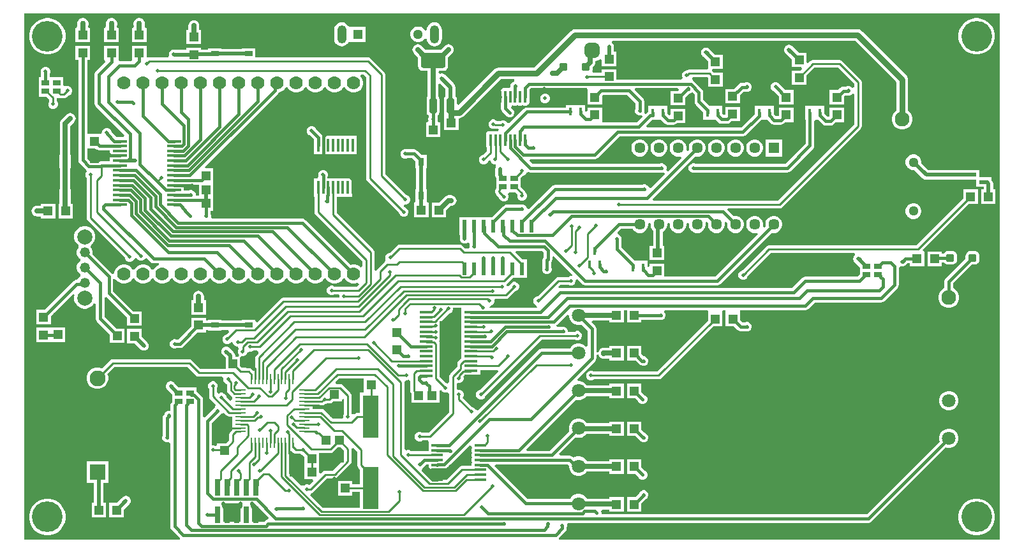
<source format=gtl>
G04*
G04 #@! TF.GenerationSoftware,Altium Limited,Altium Designer,25.5.2 (35)*
G04*
G04 Layer_Physical_Order=1*
G04 Layer_Color=255*
%FSLAX23Y23*%
%MOIN*%
G70*
G04*
G04 #@! TF.SameCoordinates,10694D88-6559-4D2D-811B-EC1DD4263B2B*
G04*
G04*
G04 #@! TF.FilePolarity,Positive*
G04*
G01*
G75*
%ADD12C,0.020*%
%ADD13C,0.010*%
%ADD17C,0.015*%
%ADD19R,0.028X0.039*%
%ADD20R,0.045X0.045*%
%ADD21R,0.045X0.045*%
%ADD22R,0.011X0.058*%
%ADD23R,0.058X0.011*%
%ADD24R,0.039X0.028*%
%ADD25R,0.018X0.044*%
G04:AMPARAMS|DCode=26|XSize=62mil|YSize=16mil|CornerRadius=2mil|HoleSize=0mil|Usage=FLASHONLY|Rotation=270.000|XOffset=0mil|YOffset=0mil|HoleType=Round|Shape=RoundedRectangle|*
%AMROUNDEDRECTD26*
21,1,0.062,0.012,0,0,270.0*
21,1,0.058,0.016,0,0,270.0*
1,1,0.004,-0.006,-0.029*
1,1,0.004,-0.006,0.029*
1,1,0.004,0.006,0.029*
1,1,0.004,0.006,-0.029*
%
%ADD26ROUNDEDRECTD26*%
G04:AMPARAMS|DCode=27|XSize=62mil|YSize=16mil|CornerRadius=2mil|HoleSize=0mil|Usage=FLASHONLY|Rotation=0.000|XOffset=0mil|YOffset=0mil|HoleType=Round|Shape=RoundedRectangle|*
%AMROUNDEDRECTD27*
21,1,0.062,0.012,0,0,0.0*
21,1,0.058,0.016,0,0,0.0*
1,1,0.004,0.029,-0.006*
1,1,0.004,-0.029,-0.006*
1,1,0.004,-0.029,0.006*
1,1,0.004,0.029,0.006*
%
%ADD27ROUNDEDRECTD27*%
G04:AMPARAMS|DCode=28|XSize=78mil|YSize=37mil|CornerRadius=5mil|HoleSize=0mil|Usage=FLASHONLY|Rotation=90.000|XOffset=0mil|YOffset=0mil|HoleType=Round|Shape=RoundedRectangle|*
%AMROUNDEDRECTD28*
21,1,0.078,0.027,0,0,90.0*
21,1,0.069,0.037,0,0,90.0*
1,1,0.009,0.014,0.034*
1,1,0.009,0.014,-0.034*
1,1,0.009,-0.014,-0.034*
1,1,0.009,-0.014,0.034*
%
%ADD28ROUNDEDRECTD28*%
%ADD29R,0.030X0.087*%
%ADD30R,0.094X0.243*%
%ADD31R,0.070X0.014*%
%ADD32R,0.051X0.020*%
%ADD33R,0.022X0.066*%
%ADD34R,0.075X0.016*%
%ADD35R,0.039X0.031*%
G04:AMPARAMS|DCode=36|XSize=42mil|YSize=41mil|CornerRadius=11mil|HoleSize=0mil|Usage=FLASHONLY|Rotation=0.000|XOffset=0mil|YOffset=0mil|HoleType=Round|Shape=RoundedRectangle|*
%AMROUNDEDRECTD36*
21,1,0.042,0.019,0,0,0.0*
21,1,0.021,0.041,0,0,0.0*
1,1,0.021,0.010,-0.010*
1,1,0.021,-0.010,-0.010*
1,1,0.021,-0.010,0.010*
1,1,0.021,0.010,0.010*
%
%ADD36ROUNDEDRECTD36*%
G04:AMPARAMS|DCode=37|XSize=78mil|YSize=127mil|CornerRadius=10mil|HoleSize=0mil|Usage=FLASHONLY|Rotation=90.000|XOffset=0mil|YOffset=0mil|HoleType=Round|Shape=RoundedRectangle|*
%AMROUNDEDRECTD37*
21,1,0.078,0.108,0,0,90.0*
21,1,0.058,0.127,0,0,90.0*
1,1,0.019,0.054,0.029*
1,1,0.019,0.054,-0.029*
1,1,0.019,-0.054,-0.029*
1,1,0.019,-0.054,0.029*
%
%ADD37ROUNDEDRECTD37*%
%ADD38R,0.083X0.220*%
%ADD41R,0.014X0.066*%
%ADD51C,0.071*%
%ADD55O,0.040X0.067*%
%ADD56O,0.042X0.049*%
%ADD64C,0.052*%
%ADD65C,0.079*%
%ADD68C,0.025*%
%ADD69C,0.030*%
%ADD70C,0.083*%
%ADD71C,0.077*%
G04:AMPARAMS|DCode=72|XSize=77mil|YSize=77mil|CornerRadius=19mil|HoleSize=0mil|Usage=FLASHONLY|Rotation=180.000|XOffset=0mil|YOffset=0mil|HoleType=Round|Shape=RoundedRectangle|*
%AMROUNDEDRECTD72*
21,1,0.077,0.038,0,0,180.0*
21,1,0.038,0.077,0,0,180.0*
1,1,0.038,-0.019,0.019*
1,1,0.038,0.019,0.019*
1,1,0.038,0.019,-0.019*
1,1,0.038,-0.019,-0.019*
%
%ADD72ROUNDEDRECTD72*%
G04:AMPARAMS|DCode=73|XSize=77mil|YSize=77mil|CornerRadius=19mil|HoleSize=0mil|Usage=FLASHONLY|Rotation=90.000|XOffset=0mil|YOffset=0mil|HoleType=Round|Shape=RoundedRectangle|*
%AMROUNDEDRECTD73*
21,1,0.077,0.038,0,0,90.0*
21,1,0.038,0.077,0,0,90.0*
1,1,0.038,0.019,0.019*
1,1,0.038,0.019,-0.019*
1,1,0.038,-0.019,-0.019*
1,1,0.038,-0.019,0.019*
%
%ADD73ROUNDEDRECTD73*%
%ADD74C,0.051*%
%ADD75O,0.048X0.095*%
%ADD76R,0.051X0.051*%
%ADD77C,0.070*%
%ADD78R,0.057X0.057*%
%ADD79C,0.057*%
%ADD80R,0.083X0.083*%
%ADD81C,0.020*%
%ADD82C,0.030*%
%ADD83C,0.160*%
%ADD84C,0.025*%
G36*
X6095Y1000D02*
X3796D01*
X3793Y1005D01*
X3792Y1010D01*
X3826Y1043D01*
X3831Y1051D01*
X3832Y1060D01*
Y1064D01*
X3835Y1070D01*
Y1080D01*
X3835Y1081D01*
X3840Y1089D01*
X5410D01*
X5419Y1091D01*
X5426Y1096D01*
X5814Y1484D01*
X5823Y1481D01*
X5837D01*
X5849Y1485D01*
X5861Y1491D01*
X5870Y1501D01*
X5877Y1512D01*
X5880Y1525D01*
Y1538D01*
X5877Y1551D01*
X5870Y1563D01*
X5861Y1572D01*
X5849Y1579D01*
X5837Y1582D01*
X5823D01*
X5811Y1579D01*
X5799Y1572D01*
X5790Y1563D01*
X5783Y1551D01*
X5780Y1538D01*
Y1525D01*
X5782Y1516D01*
X5401Y1135D01*
X4015D01*
X4015Y1135D01*
Y1145D01*
X4013Y1149D01*
X4019Y1159D01*
X4056D01*
Y1147D01*
X4131D01*
Y1223D01*
X4056D01*
Y1215D01*
X3939D01*
X3935Y1220D01*
X3926Y1230D01*
X3914Y1237D01*
X3902Y1240D01*
X3888D01*
X3876Y1237D01*
X3864Y1230D01*
X3855Y1220D01*
X3850Y1213D01*
X3630D01*
X3457Y1386D01*
X3461Y1395D01*
X3839D01*
X3845Y1389D01*
Y1380D01*
X3848Y1367D01*
X3855Y1355D01*
X3864Y1346D01*
X3876Y1339D01*
X3888Y1336D01*
X3902D01*
X3914Y1339D01*
X3926Y1346D01*
X3935Y1355D01*
X3936Y1357D01*
X4056D01*
Y1345D01*
X4131D01*
Y1421D01*
X4056D01*
Y1412D01*
X3938D01*
X3935Y1417D01*
X3926Y1427D01*
X3914Y1433D01*
X3902Y1437D01*
X3888D01*
X3876Y1433D01*
X3869Y1430D01*
X3865Y1434D01*
X3857Y1439D01*
X3848Y1441D01*
X3798D01*
X3794Y1450D01*
X3879Y1535D01*
X3888Y1533D01*
X3902D01*
X3914Y1536D01*
X3926Y1543D01*
X3935Y1552D01*
X3937Y1554D01*
X4056D01*
Y1543D01*
X4131D01*
Y1619D01*
X4056D01*
Y1610D01*
X3938D01*
X3935Y1614D01*
X3926Y1624D01*
X3914Y1630D01*
X3902Y1634D01*
X3888D01*
X3876Y1630D01*
X3864Y1624D01*
X3855Y1614D01*
X3848Y1603D01*
X3845Y1590D01*
Y1577D01*
X3847Y1568D01*
X3746Y1466D01*
X3627D01*
X3623Y1476D01*
X3879Y1732D01*
X3888Y1730D01*
X3902D01*
X3914Y1733D01*
X3926Y1740D01*
X3935Y1749D01*
X3937Y1752D01*
X4056D01*
Y1741D01*
X4131D01*
Y1817D01*
X4056D01*
Y1807D01*
X3938D01*
X3935Y1811D01*
X3926Y1820D01*
X3914Y1827D01*
X3902Y1831D01*
X3892D01*
X3888Y1840D01*
X3981Y1934D01*
X3986Y1941D01*
X3988Y1950D01*
Y1969D01*
X3998Y1970D01*
X3998Y1968D01*
X4001Y1961D01*
X4005Y1955D01*
X4011Y1951D01*
X4018Y1948D01*
X4025Y1947D01*
X4032Y1948D01*
X4035Y1949D01*
X4056D01*
Y1939D01*
X4131D01*
Y2015D01*
X4056D01*
Y2005D01*
X4027D01*
X4020Y2004D01*
X4013Y2001D01*
X4007Y1997D01*
X4005Y1995D01*
X4001Y1989D01*
X3998Y1982D01*
X3998Y1980D01*
X3988Y1981D01*
Y2104D01*
X3986Y2112D01*
X3981Y2120D01*
X3964Y2137D01*
X3968Y2147D01*
X4056D01*
Y2137D01*
X4131D01*
Y2202D01*
X4149D01*
Y2137D01*
X4224D01*
Y2152D01*
X4315D01*
X4320Y2150D01*
X4330D01*
X4339Y2154D01*
X4346Y2161D01*
X4350Y2170D01*
Y2180D01*
X4346Y2189D01*
X4343Y2192D01*
X4347Y2202D01*
X4570D01*
X4571Y2193D01*
X4571Y2192D01*
Y2146D01*
X4305Y1880D01*
X3975D01*
X3974Y1881D01*
X3965Y1885D01*
X3955D01*
X3946Y1881D01*
X3939Y1874D01*
X3935Y1865D01*
Y1855D01*
X3939Y1846D01*
X3946Y1839D01*
X3955Y1835D01*
X3965D01*
X3974Y1839D01*
X3975Y1840D01*
X4314D01*
X4322Y1841D01*
X4328Y1846D01*
X4600Y2117D01*
X4646D01*
Y2192D01*
X4646Y2193D01*
X4648Y2202D01*
X4662D01*
X4664Y2193D01*
X4664Y2192D01*
Y2117D01*
X4706D01*
X4725Y2099D01*
X4732Y2094D01*
X4741Y2092D01*
X4765D01*
X4770Y2090D01*
X4780D01*
X4789Y2094D01*
X4796Y2101D01*
X4800Y2110D01*
Y2120D01*
X4796Y2129D01*
X4789Y2136D01*
X4780Y2140D01*
X4770D01*
X4765Y2138D01*
X4751D01*
X4739Y2150D01*
Y2192D01*
X4739Y2193D01*
X4740Y2202D01*
X5080D01*
X5089Y2204D01*
X5096Y2209D01*
X5130Y2242D01*
X5475D01*
X5484Y2244D01*
X5491Y2249D01*
X5561Y2319D01*
X5566Y2326D01*
X5568Y2335D01*
Y2424D01*
X5577Y2431D01*
X5578Y2431D01*
X5580Y2430D01*
X5590D01*
X5599Y2434D01*
X5606Y2441D01*
X5606Y2441D01*
X5612Y2447D01*
X5626D01*
Y2432D01*
X5701D01*
Y2508D01*
X5698D01*
X5694Y2517D01*
X5935Y2757D01*
X5981D01*
Y2833D01*
X5906D01*
Y2786D01*
X5660Y2540D01*
X4890D01*
X4882Y2539D01*
X4876Y2534D01*
X4751Y2410D01*
X4750D01*
X4741Y2406D01*
X4734Y2399D01*
X4730Y2390D01*
Y2380D01*
X4734Y2371D01*
X4741Y2364D01*
X4750Y2360D01*
X4760D01*
X4769Y2364D01*
X4776Y2371D01*
X4780Y2380D01*
Y2381D01*
X4898Y2500D01*
X5336D01*
X5338Y2497D01*
X5339Y2490D01*
X5339Y2489D01*
X5337Y2488D01*
X5336Y2486D01*
X5334Y2484D01*
X5333Y2482D01*
X5331Y2480D01*
X5331Y2477D01*
X5330Y2475D01*
Y2472D01*
X5330Y2470D01*
X5330Y2468D01*
Y2465D01*
X5331Y2463D01*
X5331Y2460D01*
X5333Y2458D01*
X5334Y2456D01*
X5336Y2454D01*
X5337Y2452D01*
X5339Y2451D01*
X5341Y2449D01*
X5343Y2448D01*
X5345Y2446D01*
X5346Y2446D01*
X5366Y2426D01*
Y2390D01*
X5354Y2378D01*
X5080D01*
X5071Y2376D01*
X5064Y2371D01*
X5010Y2318D01*
X3800D01*
X3795Y2317D01*
X3790Y2326D01*
X3798Y2335D01*
X3840D01*
X3841Y2334D01*
X3850Y2330D01*
X3860D01*
X3869Y2334D01*
X3876Y2341D01*
X3880Y2350D01*
Y2358D01*
X3884Y2362D01*
X3889Y2363D01*
X3914Y2339D01*
X3921Y2334D01*
X3930Y2332D01*
X4620D01*
X4629Y2334D01*
X4636Y2339D01*
X4905Y2607D01*
X4909Y2606D01*
X4921D01*
X4932Y2609D01*
X4942Y2615D01*
X4950Y2623D01*
X4956Y2633D01*
X4959Y2644D01*
Y2656D01*
X4956Y2667D01*
X4950Y2677D01*
X4942Y2685D01*
X4932Y2691D01*
X4921Y2694D01*
X4909D01*
X4898Y2691D01*
X4888Y2685D01*
X4880Y2677D01*
X4874Y2667D01*
X4871Y2656D01*
Y2644D01*
X4872Y2641D01*
X4866Y2635D01*
X4858Y2640D01*
X4859Y2644D01*
Y2656D01*
X4856Y2667D01*
X4850Y2677D01*
X4842Y2685D01*
X4832Y2691D01*
X4821Y2694D01*
X4809D01*
X4798Y2691D01*
X4788Y2685D01*
X4780Y2677D01*
X4774Y2667D01*
X4771Y2656D01*
Y2644D01*
X4774Y2633D01*
X4780Y2623D01*
X4788Y2615D01*
X4798Y2609D01*
X4809Y2606D01*
X4821D01*
X4826Y2608D01*
X4831Y2599D01*
X4610Y2378D01*
X4343D01*
Y2446D01*
X4267D01*
Y2432D01*
X4257Y2427D01*
X4255Y2429D01*
Y2461D01*
X4207D01*
Y2461D01*
X4203D01*
Y2461D01*
X4188D01*
X4118Y2531D01*
Y2565D01*
X4120Y2570D01*
Y2580D01*
X4116Y2589D01*
X4109Y2596D01*
X4102Y2599D01*
X4099Y2606D01*
X4099Y2610D01*
X4116Y2627D01*
X4178D01*
X4180Y2623D01*
X4188Y2615D01*
X4198Y2609D01*
X4209Y2606D01*
X4221D01*
X4232Y2609D01*
X4242Y2615D01*
X4250Y2623D01*
X4256Y2633D01*
X4259Y2644D01*
Y2656D01*
X4265Y2662D01*
X4270Y2657D01*
X4271Y2654D01*
Y2644D01*
X4274Y2633D01*
X4280Y2623D01*
X4285Y2619D01*
Y2539D01*
X4267D01*
Y2464D01*
X4343D01*
Y2539D01*
X4335D01*
Y2611D01*
X4342Y2615D01*
X4350Y2623D01*
X4356Y2633D01*
X4359Y2644D01*
Y2656D01*
X4365Y2662D01*
X4370Y2657D01*
X4371Y2654D01*
Y2644D01*
X4374Y2633D01*
X4380Y2623D01*
X4388Y2615D01*
X4398Y2609D01*
X4409Y2606D01*
X4421D01*
X4432Y2609D01*
X4442Y2615D01*
X4450Y2623D01*
X4456Y2633D01*
X4459Y2644D01*
Y2656D01*
X4465Y2662D01*
X4470Y2657D01*
X4471Y2654D01*
Y2644D01*
X4474Y2633D01*
X4480Y2623D01*
X4488Y2615D01*
X4498Y2609D01*
X4509Y2606D01*
X4521D01*
X4532Y2609D01*
X4542Y2615D01*
X4550Y2623D01*
X4556Y2633D01*
X4559Y2644D01*
Y2656D01*
X4558Y2660D01*
X4566Y2665D01*
X4572Y2659D01*
X4571Y2656D01*
Y2644D01*
X4574Y2633D01*
X4580Y2623D01*
X4588Y2615D01*
X4598Y2609D01*
X4609Y2606D01*
X4621D01*
X4632Y2609D01*
X4642Y2615D01*
X4650Y2623D01*
X4656Y2633D01*
X4659Y2644D01*
Y2656D01*
X4658Y2660D01*
X4666Y2665D01*
X4672Y2659D01*
X4671Y2656D01*
Y2644D01*
X4674Y2633D01*
X4680Y2623D01*
X4688Y2615D01*
X4698Y2609D01*
X4709Y2606D01*
X4721D01*
X4732Y2609D01*
X4742Y2615D01*
X4750Y2623D01*
X4756Y2633D01*
X4759Y2644D01*
Y2656D01*
X4756Y2667D01*
X4750Y2677D01*
X4742Y2685D01*
X4732Y2691D01*
X4721Y2694D01*
X4709D01*
X4705Y2693D01*
X4673Y2725D01*
X4677Y2735D01*
X4945D01*
X4953Y2736D01*
X4959Y2741D01*
X5369Y3151D01*
X5374Y3157D01*
X5375Y3165D01*
X5375Y3165D01*
Y3395D01*
X5374Y3403D01*
X5369Y3409D01*
X5274Y3504D01*
X5268Y3509D01*
X5260Y3510D01*
X5119D01*
X5111Y3509D01*
X5104Y3504D01*
X5094Y3494D01*
X5085Y3498D01*
Y3549D01*
X5046D01*
X5012Y3583D01*
X5010Y3584D01*
X5008Y3586D01*
X5006Y3587D01*
X5004Y3588D01*
X5001Y3589D01*
X4999Y3590D01*
X4997D01*
X4994Y3590D01*
X4992Y3590D01*
X4989D01*
X4987Y3589D01*
X4984Y3588D01*
X4982Y3587D01*
X4980Y3586D01*
X4978Y3584D01*
X4976Y3583D01*
X4975Y3581D01*
X4973Y3579D01*
X4972Y3577D01*
X4971Y3574D01*
X4970Y3572D01*
X4969Y3570D01*
Y3567D01*
X4969Y3565D01*
X4969Y3562D01*
Y3560D01*
X4970Y3557D01*
X4971Y3555D01*
X4972Y3553D01*
X4973Y3551D01*
X4975Y3549D01*
X4976Y3547D01*
X5010Y3513D01*
Y3474D01*
X5060D01*
X5064Y3464D01*
X5056Y3456D01*
X5010D01*
Y3381D01*
X5085D01*
Y3428D01*
X5127Y3470D01*
X5252D01*
X5335Y3387D01*
Y3369D01*
X5332Y3367D01*
X5325Y3366D01*
X5319Y3371D01*
X5310Y3375D01*
X5300D01*
X5293Y3372D01*
X5278D01*
X5269Y3370D01*
X5262Y3365D01*
X5250Y3354D01*
X5207D01*
Y3279D01*
X5283D01*
Y3321D01*
X5287Y3326D01*
X5297D01*
X5300Y3325D01*
X5310D01*
X5319Y3329D01*
X5325Y3334D01*
X5332Y3333D01*
X5335Y3331D01*
Y3173D01*
X4937Y2775D01*
X4286D01*
X4282Y2785D01*
X4505Y3007D01*
X4509Y3006D01*
X4521D01*
X4532Y3009D01*
X4542Y3015D01*
X4550Y3023D01*
X4556Y3033D01*
X4559Y3044D01*
Y3056D01*
X4556Y3067D01*
X4550Y3077D01*
X4542Y3085D01*
X4532Y3091D01*
X4521Y3094D01*
X4509D01*
X4498Y3091D01*
X4488Y3085D01*
X4480Y3077D01*
X4474Y3067D01*
X4471Y3056D01*
Y3044D01*
X4472Y3041D01*
X4466Y3035D01*
X4458Y3040D01*
X4459Y3044D01*
Y3056D01*
X4456Y3067D01*
X4450Y3077D01*
X4442Y3085D01*
X4432Y3091D01*
X4421Y3094D01*
X4409D01*
X4398Y3091D01*
X4388Y3085D01*
X4380Y3077D01*
X4374Y3067D01*
X4371Y3056D01*
Y3044D01*
X4374Y3033D01*
X4380Y3023D01*
X4388Y3015D01*
X4398Y3009D01*
X4409Y3006D01*
X4421D01*
X4426Y3008D01*
X4431Y2999D01*
X4361Y2928D01*
X4353Y2934D01*
X4355Y2940D01*
Y2950D01*
X4351Y2959D01*
X4344Y2966D01*
X4335Y2970D01*
X4325D01*
X4320Y2968D01*
X3653D01*
X3638Y2983D01*
X3642Y2992D01*
X3980D01*
X3989Y2994D01*
X3996Y2999D01*
X4109Y3112D01*
X4754D01*
X4763Y3113D01*
X4771Y3118D01*
X4849Y3197D01*
X4863Y3197D01*
X4873Y3197D01*
X4882D01*
X4900Y3179D01*
X4908Y3174D01*
X4917Y3172D01*
X4951D01*
X4960Y3174D01*
X4967Y3179D01*
X4975Y3186D01*
X5018D01*
Y3261D01*
X4942D01*
Y3219D01*
X4942Y3218D01*
X4926D01*
X4915Y3229D01*
Y3271D01*
X4873D01*
X4867Y3271D01*
X4857Y3271D01*
X4815D01*
Y3235D01*
X4815Y3233D01*
Y3227D01*
X4745Y3157D01*
X4253D01*
X4249Y3167D01*
X4279Y3197D01*
X4283D01*
X4285Y3197D01*
X4308Y3197D01*
X4318Y3197D01*
X4327D01*
X4346Y3179D01*
X4353Y3174D01*
X4362Y3172D01*
X4391D01*
X4400Y3174D01*
X4407Y3179D01*
X4410Y3181D01*
X4453D01*
Y3256D01*
X4377D01*
Y3226D01*
X4367Y3222D01*
X4360Y3230D01*
Y3272D01*
X4318D01*
X4312Y3272D01*
X4302Y3272D01*
X4260D01*
Y3241D01*
X4254Y3236D01*
X4246Y3229D01*
X4238Y3234D01*
X4240Y3240D01*
Y3250D01*
X4238Y3255D01*
Y3295D01*
X4236Y3304D01*
X4231Y3311D01*
X4189Y3353D01*
X4193Y3363D01*
X4414D01*
X4419Y3353D01*
X4416Y3349D01*
X4377D01*
Y3274D01*
X4453D01*
Y3316D01*
X4471Y3335D01*
X4475D01*
X4484Y3339D01*
X4489Y3344D01*
X4501Y3332D01*
Y3293D01*
X4503Y3284D01*
X4508Y3276D01*
X4545Y3239D01*
Y3197D01*
X4587D01*
X4593Y3197D01*
X4603Y3197D01*
X4612D01*
X4626Y3184D01*
X4633Y3179D01*
X4642Y3177D01*
X4671D01*
X4680Y3179D01*
X4687Y3184D01*
X4695Y3191D01*
X4738D01*
Y3266D01*
X4662D01*
Y3224D01*
X4662Y3223D01*
X4652D01*
X4645Y3230D01*
Y3272D01*
X4603D01*
X4597Y3272D01*
X4587Y3272D01*
X4578D01*
X4547Y3302D01*
Y3342D01*
X4545Y3351D01*
X4540Y3358D01*
X4497Y3402D01*
X4493Y3404D01*
X4490Y3415D01*
X4490Y3417D01*
X4492Y3420D01*
X4570D01*
X4572Y3418D01*
Y3371D01*
X4648D01*
Y3446D01*
X4601D01*
X4594Y3454D01*
X4594Y3457D01*
X4597Y3464D01*
X4648D01*
Y3539D01*
X4608D01*
X4579Y3568D01*
X4571Y3574D01*
X4566Y3575D01*
X4565Y3575D01*
X4564D01*
X4561Y3575D01*
X4560D01*
X4558Y3575D01*
X4555D01*
X4553Y3574D01*
X4550Y3574D01*
X4548Y3572D01*
X4546Y3571D01*
X4544Y3569D01*
X4542Y3568D01*
X4541Y3566D01*
X4539Y3564D01*
X4538Y3562D01*
X4536Y3560D01*
X4536Y3557D01*
X4535Y3555D01*
Y3552D01*
X4535Y3550D01*
X4535Y3548D01*
Y3545D01*
X4536Y3543D01*
X4536Y3540D01*
X4538Y3538D01*
X4539Y3536D01*
X4541Y3534D01*
X4542Y3532D01*
X4544Y3531D01*
X4546Y3529D01*
X4547Y3528D01*
X4572Y3503D01*
Y3470D01*
X4572Y3464D01*
X4564Y3460D01*
X4471D01*
X4463Y3459D01*
X4457Y3455D01*
X4455D01*
X4446Y3451D01*
X4439Y3444D01*
X4435Y3435D01*
Y3425D01*
X4438Y3418D01*
X4434Y3411D01*
X4432Y3408D01*
X4093D01*
Y3461D01*
X4017D01*
Y3444D01*
X3972D01*
X3969Y3449D01*
X3967Y3454D01*
X3969Y3459D01*
X3970Y3465D01*
Y3473D01*
X3975Y3478D01*
X3979Y3484D01*
X3982Y3490D01*
X3983Y3497D01*
Y3506D01*
X3984D01*
X3993Y3507D01*
X4001Y3511D01*
X4007Y3515D01*
X4012Y3514D01*
X4017Y3511D01*
Y3479D01*
X4093D01*
Y3554D01*
X4080D01*
Y3580D01*
X4080Y3582D01*
Y3585D01*
X4079Y3587D01*
X4079Y3590D01*
X4077Y3592D01*
X4076Y3594D01*
X4074Y3596D01*
X4073Y3598D01*
X4071Y3599D01*
X4070Y3601D01*
X4070Y3603D01*
X4072Y3611D01*
X5341D01*
X5556Y3396D01*
Y3244D01*
X5554Y3243D01*
X5544Y3233D01*
X5537Y3221D01*
X5533Y3207D01*
Y3193D01*
X5537Y3180D01*
X5544Y3168D01*
X5554Y3158D01*
X5566Y3151D01*
X5580Y3147D01*
X5594D01*
X5607Y3151D01*
X5619Y3158D01*
X5629Y3168D01*
X5636Y3180D01*
X5640Y3193D01*
Y3207D01*
X5636Y3221D01*
X5629Y3233D01*
X5619Y3243D01*
X5617Y3244D01*
Y3408D01*
X5616Y3416D01*
X5613Y3424D01*
X5608Y3430D01*
X5375Y3662D01*
X5369Y3667D01*
X5362Y3670D01*
X5354Y3671D01*
X3876D01*
X3876Y3671D01*
X3868Y3670D01*
X3861Y3667D01*
X3855Y3662D01*
X3855Y3662D01*
X3662Y3470D01*
X3475D01*
X3467Y3469D01*
X3460Y3466D01*
X3454Y3461D01*
X3454Y3461D01*
X3268Y3276D01*
X3259Y3280D01*
Y3306D01*
X3258Y3313D01*
X3253Y3320D01*
X3251Y3321D01*
Y3369D01*
X3249Y3379D01*
X3244Y3387D01*
X3198Y3433D01*
X3196Y3434D01*
X3194Y3436D01*
X3192Y3437D01*
X3190Y3439D01*
X3187Y3439D01*
X3185Y3440D01*
X3182D01*
X3180Y3440D01*
X3178Y3440D01*
X3175D01*
X3173Y3439D01*
X3165Y3443D01*
X3164Y3444D01*
X3165Y3450D01*
X3167Y3454D01*
X3189D01*
X3198Y3456D01*
X3207Y3462D01*
X3212Y3470D01*
X3214Y3479D01*
Y3524D01*
X3235Y3544D01*
X3239Y3550D01*
X3242Y3557D01*
X3243Y3564D01*
Y3565D01*
X3242Y3572D01*
X3239Y3579D01*
X3235Y3585D01*
X3229Y3589D01*
X3222Y3592D01*
X3215Y3593D01*
X3208Y3592D01*
X3201Y3589D01*
X3195Y3585D01*
X3192Y3581D01*
X3175Y3563D01*
X3095D01*
X3078Y3581D01*
X3075Y3585D01*
X3069Y3589D01*
X3062Y3592D01*
X3055Y3593D01*
X3048Y3592D01*
X3041Y3589D01*
X3035Y3585D01*
X3031Y3579D01*
X3028Y3572D01*
X3027Y3565D01*
Y3564D01*
X3028Y3557D01*
X3031Y3550D01*
X3035Y3544D01*
X3056Y3524D01*
Y3479D01*
X3058Y3470D01*
X3063Y3462D01*
X3072Y3456D01*
X3081Y3454D01*
X3107D01*
Y3320D01*
X3107Y3320D01*
X3103Y3313D01*
X3101Y3306D01*
Y3237D01*
X3103Y3229D01*
X3107Y3223D01*
X3112Y3220D01*
Y3210D01*
X3110Y3205D01*
Y3195D01*
X3111Y3193D01*
X3106Y3183D01*
X3099D01*
Y3107D01*
X3174D01*
Y3183D01*
X3164D01*
X3159Y3193D01*
X3160Y3195D01*
Y3205D01*
X3158Y3210D01*
Y3220D01*
X3163Y3223D01*
X3167Y3229D01*
X3169Y3237D01*
Y3306D01*
X3167Y3313D01*
X3163Y3320D01*
X3163Y3320D01*
Y3383D01*
X3172Y3387D01*
X3200Y3359D01*
Y3321D01*
X3198Y3320D01*
X3193Y3313D01*
X3192Y3306D01*
Y3237D01*
X3193Y3229D01*
X3194Y3229D01*
X3192Y3219D01*
X3192D01*
Y3144D01*
X3268D01*
Y3206D01*
X3271D01*
X3279Y3207D01*
X3286Y3210D01*
X3293Y3215D01*
X3488Y3410D01*
X3559D01*
X3560Y3400D01*
X3551Y3396D01*
X3544Y3389D01*
X3540Y3380D01*
Y3370D01*
X3532Y3364D01*
X3532D01*
X3525Y3363D01*
X3525Y3363D01*
X3525Y3363D01*
X3518Y3364D01*
X3506D01*
X3500Y3363D01*
X3494Y3359D01*
X3490Y3354D01*
X3489Y3347D01*
Y3289D01*
X3489Y3287D01*
Y3258D01*
X3491Y3249D01*
X3496Y3242D01*
X3511Y3226D01*
X3514Y3221D01*
X3521Y3214D01*
X3530Y3210D01*
X3540D01*
X3549Y3214D01*
X3556Y3221D01*
X3560Y3230D01*
Y3240D01*
X3556Y3249D01*
X3549Y3256D01*
X3545Y3258D01*
X3544Y3259D01*
X3546Y3270D01*
X3551Y3273D01*
X3557Y3272D01*
X3569D01*
X3576Y3273D01*
X3576Y3273D01*
X3576Y3273D01*
X3583Y3272D01*
X3595D01*
X3602Y3273D01*
X3602Y3273D01*
X3602Y3273D01*
X3609Y3272D01*
X3621D01*
X3627Y3273D01*
X3633Y3277D01*
X3637Y3282D01*
X3638Y3289D01*
Y3347D01*
X3638Y3347D01*
Y3355D01*
X3645Y3363D01*
X3939D01*
X3942Y3354D01*
X3942D01*
Y3279D01*
X4018D01*
Y3321D01*
X4023Y3327D01*
X4150D01*
X4192Y3285D01*
Y3255D01*
X4190Y3250D01*
Y3240D01*
X4194Y3231D01*
X4201Y3224D01*
X4210Y3220D01*
X4220D01*
X4226Y3222D01*
X4231Y3214D01*
X4200Y3183D01*
X4026D01*
X4018Y3186D01*
Y3261D01*
X3942D01*
Y3245D01*
X3932Y3240D01*
X3930Y3242D01*
Y3276D01*
X3882D01*
Y3276D01*
X3878D01*
Y3276D01*
X3830D01*
Y3262D01*
X3626D01*
X3617Y3261D01*
X3609Y3256D01*
X3534Y3180D01*
X3522Y3182D01*
X3521Y3184D01*
X3514Y3191D01*
X3505Y3195D01*
X3495D01*
X3486Y3191D01*
X3485Y3190D01*
X3470D01*
X3464Y3196D01*
X3455Y3200D01*
X3445D01*
X3436Y3196D01*
X3429Y3189D01*
X3425Y3180D01*
Y3170D01*
X3429Y3161D01*
X3436Y3154D01*
X3445Y3150D01*
X3455D01*
X3455Y3150D01*
X3458Y3150D01*
X3458Y3150D01*
X3477D01*
X3479Y3148D01*
X3475Y3137D01*
X3474Y3137D01*
X3474Y3137D01*
X3474Y3137D01*
X3467Y3138D01*
X3455D01*
X3448Y3137D01*
X3448Y3137D01*
X3448Y3137D01*
X3441Y3138D01*
X3429D01*
X3423Y3137D01*
X3417Y3133D01*
X3413Y3128D01*
X3412Y3121D01*
Y3063D01*
X3413Y3056D01*
X3415Y3055D01*
Y3033D01*
X3396Y3015D01*
X3395D01*
X3386Y3011D01*
X3379Y3004D01*
X3375Y2995D01*
Y2985D01*
X3379Y2976D01*
X3386Y2969D01*
X3395Y2965D01*
X3405D01*
X3414Y2969D01*
X3421Y2976D01*
X3425Y2985D01*
X3434Y2984D01*
X3436Y2983D01*
X3439Y2976D01*
X3446Y2969D01*
X3455Y2965D01*
X3461D01*
X3461Y2964D01*
X3464Y2959D01*
X3465Y2955D01*
X3464Y2954D01*
X3463Y2952D01*
X3461Y2950D01*
X3461Y2947D01*
X3460Y2945D01*
Y2942D01*
X3460Y2940D01*
Y2907D01*
X3461Y2897D01*
X3466Y2891D01*
Y2842D01*
X3466Y2842D01*
X3461Y2836D01*
X3460Y2828D01*
Y2820D01*
X3461Y2812D01*
X3466Y2805D01*
X3480Y2791D01*
Y2790D01*
X3484Y2781D01*
X3491Y2774D01*
X3500Y2770D01*
X3510D01*
X3519Y2774D01*
X3526Y2781D01*
X3530Y2790D01*
Y2800D01*
X3527Y2808D01*
X3529Y2814D01*
X3532Y2818D01*
X3565D01*
X3576Y2807D01*
X3575Y2805D01*
Y2795D01*
X3579Y2786D01*
X3586Y2779D01*
X3595Y2775D01*
X3605D01*
X3614Y2779D01*
X3621Y2786D01*
X3625Y2795D01*
Y2805D01*
X3621Y2814D01*
X3618Y2818D01*
X3617Y2822D01*
X3613Y2828D01*
X3613Y2828D01*
X3594Y2846D01*
Y2894D01*
X3606Y2905D01*
X3614Y2909D01*
X3621Y2916D01*
X3623Y2920D01*
X3634Y2924D01*
X3635Y2924D01*
X3635Y2924D01*
X3644Y2922D01*
X4320D01*
X4325Y2920D01*
X4335D01*
X4341Y2922D01*
X4347Y2914D01*
X4274Y2842D01*
X4263Y2845D01*
X4261Y2849D01*
X4254Y2856D01*
X4245Y2860D01*
X4235D01*
X4230Y2858D01*
X3772D01*
X3763Y2856D01*
X3756Y2851D01*
X3635Y2730D01*
X3625Y2735D01*
Y2735D01*
X3621Y2744D01*
X3614Y2751D01*
X3605Y2755D01*
X3595D01*
X3590Y2753D01*
X3517D01*
X3508Y2751D01*
X3501Y2746D01*
X3444Y2689D01*
X3274D01*
Y2593D01*
X3275D01*
Y2575D01*
X3275Y2573D01*
Y2570D01*
X3276Y2568D01*
X3276Y2565D01*
X3278Y2563D01*
X3279Y2561D01*
X3281Y2559D01*
X3282Y2557D01*
X3284Y2556D01*
X3286Y2554D01*
X3288Y2553D01*
X3290Y2551D01*
X3293Y2551D01*
X3295Y2550D01*
X3298D01*
X3300Y2550D01*
X3302Y2550D01*
X3305D01*
X3307Y2551D01*
X3310Y2551D01*
X3312Y2553D01*
X3314Y2554D01*
X3316Y2556D01*
X3317Y2556D01*
X3322Y2555D01*
X3327Y2552D01*
Y2545D01*
X3325Y2540D01*
Y2530D01*
X3322Y2525D01*
X3303D01*
X3289Y2539D01*
X3283Y2544D01*
X3275Y2545D01*
X2960D01*
X2960Y2545D01*
X2952Y2544D01*
X2946Y2539D01*
X2946Y2539D01*
X2908Y2502D01*
X2906D01*
X2897Y2498D01*
X2890Y2491D01*
X2886Y2482D01*
Y2472D01*
X2887Y2469D01*
X2887Y2460D01*
X2883Y2456D01*
X2881Y2454D01*
X2846Y2419D01*
X2841Y2413D01*
X2840Y2409D01*
X2830Y2410D01*
Y2504D01*
X2829Y2512D01*
X2824Y2518D01*
X2633Y2710D01*
Y2796D01*
X2711D01*
Y2892D01*
X2583D01*
Y2901D01*
X2585Y2905D01*
Y2915D01*
X2581Y2924D01*
X2574Y2931D01*
X2565Y2935D01*
X2555D01*
X2546Y2931D01*
X2539Y2924D01*
X2535Y2915D01*
Y2905D01*
X2536Y2902D01*
X2531Y2892D01*
X2513D01*
Y2796D01*
X2515D01*
Y2715D01*
X2516Y2707D01*
X2521Y2701D01*
X2765Y2457D01*
Y2430D01*
X2755Y2426D01*
X2751Y2430D01*
X2739Y2437D01*
X2727Y2440D01*
X2713D01*
X2705Y2438D01*
X2467Y2675D01*
X2460Y2680D01*
X2451Y2682D01*
X1980D01*
X1975Y2690D01*
Y2700D01*
X1973Y2705D01*
Y2722D01*
X1986D01*
Y2792D01*
Y2867D01*
Y2943D01*
X1945D01*
X1942Y2952D01*
X2326Y3336D01*
X2329Y3341D01*
X2339Y3343D01*
X2351Y3350D01*
X2360Y3359D01*
X2365Y3367D01*
X2365Y3367D01*
X2375D01*
X2375Y3367D01*
X2380Y3359D01*
X2389Y3350D01*
X2401Y3343D01*
X2413Y3340D01*
X2427D01*
X2439Y3343D01*
X2451Y3350D01*
X2460Y3359D01*
X2465Y3367D01*
X2465Y3367D01*
X2475D01*
X2475Y3367D01*
X2480Y3359D01*
X2489Y3350D01*
X2501Y3343D01*
X2513Y3340D01*
X2527D01*
X2539Y3343D01*
X2551Y3350D01*
X2560Y3359D01*
X2565Y3367D01*
X2565Y3367D01*
X2575D01*
X2575Y3367D01*
X2580Y3359D01*
X2589Y3350D01*
X2601Y3343D01*
X2613Y3340D01*
X2627D01*
X2639Y3343D01*
X2651Y3350D01*
X2660Y3359D01*
X2665Y3367D01*
X2665Y3367D01*
X2675D01*
X2675Y3367D01*
X2680Y3359D01*
X2689Y3350D01*
X2701Y3343D01*
X2713Y3340D01*
X2727D01*
X2739Y3343D01*
X2751Y3350D01*
X2760Y3359D01*
X2767Y3371D01*
X2770Y3383D01*
Y3397D01*
X2767Y3409D01*
X2760Y3421D01*
X2756Y3425D01*
X2760Y3435D01*
X2772D01*
X2785Y3422D01*
Y2892D01*
X2786Y2884D01*
X2791Y2878D01*
X2957Y2711D01*
Y2710D01*
X2961Y2701D01*
X2968Y2694D01*
X2977Y2690D01*
X2987D01*
X2996Y2694D01*
X3003Y2701D01*
X3007Y2710D01*
Y2720D01*
X3003Y2729D01*
X2996Y2736D01*
X2987Y2740D01*
X2986D01*
X2981Y2746D01*
X2984Y2752D01*
X2986Y2755D01*
X2995D01*
X3004Y2759D01*
X3011Y2766D01*
X3015Y2775D01*
Y2785D01*
X3011Y2794D01*
X3004Y2801D01*
X2995Y2805D01*
X2994D01*
X2885Y2913D01*
Y3435D01*
X2884Y3443D01*
X2879Y3449D01*
X2809Y3519D01*
X2803Y3524D01*
X2795Y3525D01*
X2206D01*
Y3572D01*
X2137D01*
Y3568D01*
X2029D01*
Y3572D01*
X1960D01*
Y3566D01*
X1923D01*
Y3576D01*
X1847D01*
Y3564D01*
X1787D01*
X1785Y3565D01*
X1782D01*
X1780Y3565D01*
X1778Y3565D01*
X1775D01*
X1773Y3564D01*
X1770Y3564D01*
X1768Y3562D01*
X1766Y3561D01*
X1764Y3559D01*
X1762Y3558D01*
X1761Y3556D01*
X1759Y3554D01*
X1758Y3552D01*
X1756Y3550D01*
X1756Y3547D01*
X1755Y3545D01*
Y3542D01*
X1755Y3540D01*
X1755Y3538D01*
Y3535D01*
X1755Y3534D01*
X1753Y3529D01*
X1750Y3526D01*
X1748Y3524D01*
X1654D01*
X1648Y3523D01*
X1644Y3524D01*
X1638Y3529D01*
Y3586D01*
X1562D01*
Y3511D01*
X1558Y3503D01*
X1497D01*
X1493Y3510D01*
X1493Y3513D01*
Y3586D01*
X1417D01*
Y3511D01*
X1420D01*
X1424Y3501D01*
X1374Y3451D01*
X1369Y3444D01*
X1367Y3435D01*
Y3285D01*
X1369Y3276D01*
X1374Y3269D01*
X1523Y3119D01*
X1519Y3109D01*
X1479D01*
X1455Y3133D01*
Y3135D01*
X1451Y3144D01*
X1444Y3151D01*
X1435Y3155D01*
X1425D01*
X1416Y3151D01*
X1409Y3144D01*
X1405Y3135D01*
Y3133D01*
X1403Y3125D01*
X1396Y3124D01*
X1328D01*
Y3511D01*
X1343D01*
Y3586D01*
X1267D01*
Y3511D01*
X1282D01*
Y2987D01*
X1284Y2978D01*
X1289Y2970D01*
X1320Y2939D01*
X1323Y2937D01*
X1325Y2926D01*
X1325Y2925D01*
X1324Y2924D01*
X1320Y2915D01*
Y2905D01*
X1324Y2896D01*
X1325Y2895D01*
Y2685D01*
X1326Y2677D01*
X1331Y2671D01*
X1525Y2476D01*
Y2475D01*
X1529Y2466D01*
X1536Y2459D01*
X1545Y2455D01*
X1555D01*
X1564Y2459D01*
X1571Y2466D01*
X1572Y2468D01*
X1584Y2474D01*
X1584Y2474D01*
X1588Y2472D01*
X1589Y2471D01*
X1596Y2464D01*
X1605Y2460D01*
X1615D01*
X1624Y2464D01*
X1631Y2471D01*
X1640Y2473D01*
X1659Y2454D01*
X1666Y2449D01*
X1675Y2447D01*
X1701D01*
X1702Y2437D01*
X1701Y2437D01*
X1689Y2430D01*
X1680Y2421D01*
X1675Y2413D01*
X1675Y2413D01*
X1665D01*
X1665Y2413D01*
X1660Y2421D01*
X1651Y2430D01*
X1639Y2437D01*
X1627Y2440D01*
X1613D01*
X1601Y2437D01*
X1589Y2430D01*
X1580Y2421D01*
X1575Y2413D01*
X1575Y2413D01*
X1565D01*
X1565Y2413D01*
X1560Y2421D01*
X1551Y2430D01*
X1539Y2437D01*
X1527Y2440D01*
X1513D01*
X1501Y2437D01*
X1489Y2430D01*
X1480Y2421D01*
X1473Y2409D01*
X1470Y2397D01*
Y2393D01*
X1460Y2390D01*
X1457Y2394D01*
X1355Y2496D01*
X1356Y2498D01*
Y2509D01*
X1353Y2520D01*
X1348Y2529D01*
X1347Y2530D01*
X1348Y2543D01*
X1348Y2543D01*
X1359Y2553D01*
X1366Y2565D01*
X1370Y2579D01*
Y2594D01*
X1366Y2607D01*
X1359Y2620D01*
X1348Y2630D01*
X1336Y2637D01*
X1322Y2641D01*
X1308D01*
X1294Y2637D01*
X1282Y2630D01*
X1271Y2620D01*
X1264Y2607D01*
X1260Y2594D01*
Y2579D01*
X1264Y2565D01*
X1271Y2553D01*
X1282Y2543D01*
X1282Y2543D01*
X1283Y2530D01*
X1282Y2529D01*
X1277Y2520D01*
X1274Y2509D01*
Y2498D01*
X1277Y2488D01*
X1282Y2479D01*
X1290Y2471D01*
X1291Y2470D01*
Y2459D01*
X1290Y2458D01*
X1282Y2450D01*
X1277Y2441D01*
X1274Y2430D01*
Y2420D01*
X1277Y2409D01*
X1282Y2400D01*
X1290Y2392D01*
X1291Y2391D01*
Y2380D01*
X1290Y2379D01*
X1282Y2371D01*
X1277Y2362D01*
X1274D01*
X1265Y2360D01*
X1258Y2355D01*
X1105Y2203D01*
X1062D01*
Y2127D01*
X1138D01*
Y2170D01*
X1255Y2287D01*
X1263Y2282D01*
X1260Y2271D01*
Y2256D01*
X1264Y2243D01*
X1271Y2230D01*
X1282Y2220D01*
X1294Y2213D01*
X1308Y2209D01*
X1322D01*
X1336Y2213D01*
X1348Y2220D01*
X1359Y2230D01*
X1363Y2238D01*
X1373Y2235D01*
Y2158D01*
X1375Y2149D01*
X1380Y2142D01*
X1447Y2074D01*
Y2031D01*
X1523D01*
Y2106D01*
X1480D01*
X1419Y2167D01*
Y2267D01*
X1429Y2271D01*
X1537Y2163D01*
Y2120D01*
X1613D01*
Y2195D01*
X1570D01*
X1464Y2301D01*
Y2365D01*
X1465Y2365D01*
X1478Y2362D01*
X1480Y2359D01*
X1489Y2350D01*
X1501Y2343D01*
X1513Y2340D01*
X1527D01*
X1539Y2343D01*
X1551Y2350D01*
X1560Y2359D01*
X1565Y2367D01*
X1565Y2367D01*
X1575D01*
X1575Y2367D01*
X1580Y2359D01*
X1589Y2350D01*
X1601Y2343D01*
X1613Y2340D01*
X1627D01*
X1639Y2343D01*
X1651Y2350D01*
X1660Y2359D01*
X1665Y2367D01*
X1665Y2367D01*
X1675D01*
X1675Y2367D01*
X1680Y2359D01*
X1689Y2350D01*
X1701Y2343D01*
X1713Y2340D01*
X1727D01*
X1739Y2343D01*
X1751Y2350D01*
X1760Y2359D01*
X1765Y2367D01*
X1765Y2367D01*
X1775D01*
X1775Y2367D01*
X1780Y2359D01*
X1789Y2350D01*
X1801Y2343D01*
X1813Y2340D01*
X1827D01*
X1839Y2343D01*
X1851Y2350D01*
X1860Y2359D01*
X1865Y2367D01*
X1865Y2367D01*
X1875D01*
X1875Y2367D01*
X1880Y2359D01*
X1889Y2350D01*
X1901Y2343D01*
X1913Y2340D01*
X1927D01*
X1939Y2343D01*
X1951Y2350D01*
X1960Y2359D01*
X1965Y2367D01*
X1965Y2367D01*
X1975D01*
X1975Y2367D01*
X1980Y2359D01*
X1989Y2350D01*
X2001Y2343D01*
X2013Y2340D01*
X2027D01*
X2039Y2343D01*
X2051Y2350D01*
X2060Y2359D01*
X2065Y2367D01*
X2065Y2367D01*
X2075D01*
X2075Y2367D01*
X2080Y2359D01*
X2089Y2350D01*
X2101Y2343D01*
X2113Y2340D01*
X2127D01*
X2139Y2343D01*
X2151Y2350D01*
X2160Y2359D01*
X2165Y2367D01*
X2165Y2367D01*
X2175D01*
X2175Y2367D01*
X2180Y2359D01*
X2189Y2350D01*
X2201Y2343D01*
X2213Y2340D01*
X2227D01*
X2239Y2343D01*
X2251Y2350D01*
X2260Y2359D01*
X2265Y2367D01*
X2265Y2367D01*
X2275D01*
X2275Y2367D01*
X2280Y2359D01*
X2289Y2350D01*
X2301Y2343D01*
X2313Y2340D01*
X2327D01*
X2339Y2343D01*
X2351Y2350D01*
X2360Y2359D01*
X2365Y2367D01*
X2365Y2367D01*
X2375D01*
X2375Y2367D01*
X2380Y2359D01*
X2389Y2350D01*
X2401Y2343D01*
X2413Y2340D01*
X2427D01*
X2439Y2343D01*
X2451Y2350D01*
X2460Y2359D01*
X2465Y2367D01*
X2465Y2367D01*
X2475D01*
X2475Y2367D01*
X2480Y2359D01*
X2489Y2350D01*
X2501Y2343D01*
X2513Y2340D01*
X2527D01*
X2539Y2343D01*
X2551Y2350D01*
X2560Y2359D01*
X2565Y2367D01*
X2565Y2367D01*
X2575D01*
X2575Y2367D01*
X2580Y2359D01*
X2589Y2350D01*
X2601Y2343D01*
X2613Y2340D01*
X2627D01*
X2639Y2343D01*
X2651Y2350D01*
X2660Y2359D01*
X2665Y2367D01*
X2665Y2367D01*
X2675D01*
X2675Y2367D01*
X2680Y2359D01*
X2689Y2350D01*
X2701Y2343D01*
X2713Y2340D01*
X2727D01*
X2739Y2343D01*
X2742Y2345D01*
X2748Y2337D01*
X2737Y2325D01*
X2620D01*
X2619Y2326D01*
X2610Y2330D01*
X2600D01*
X2591Y2326D01*
X2584Y2319D01*
X2580Y2310D01*
Y2300D01*
X2584Y2291D01*
X2591Y2284D01*
X2600Y2280D01*
X2610D01*
X2619Y2284D01*
X2620Y2285D01*
X2642D01*
X2645Y2280D01*
Y2270D01*
X2644Y2268D01*
X2352D01*
X2345Y2266D01*
X2338Y2262D01*
X2338Y2262D01*
X2216Y2139D01*
X2206Y2143D01*
Y2152D01*
X2137D01*
Y2148D01*
X2029D01*
Y2152D01*
X1960D01*
Y2149D01*
X1948D01*
Y2161D01*
X1872D01*
Y2119D01*
X1803Y2049D01*
X1793D01*
X1790Y2050D01*
X1780D01*
X1771Y2046D01*
X1764Y2039D01*
X1760Y2030D01*
Y2020D01*
X1764Y2011D01*
X1771Y2004D01*
X1780Y2000D01*
X1790D01*
X1797Y2003D01*
X1812D01*
X1821Y2005D01*
X1828Y2010D01*
X1905Y2086D01*
X1948D01*
Y2098D01*
X1960D01*
Y2094D01*
X2029D01*
Y2097D01*
X2065D01*
X2069Y2088D01*
X2056Y2075D01*
X2055D01*
X2046Y2071D01*
X2039Y2064D01*
X2035Y2055D01*
Y2045D01*
X2039Y2036D01*
X2046Y2029D01*
X2055Y2025D01*
X2065D01*
X2074Y2029D01*
X2080Y2035D01*
X2086Y2034D01*
X2090Y2032D01*
Y2030D01*
X2094Y2021D01*
X2101Y2014D01*
X2110Y2010D01*
X2117D01*
X2120Y2000D01*
X2119Y1999D01*
X2115Y1990D01*
Y1980D01*
X2119Y1971D01*
X2122Y1968D01*
X2118Y1958D01*
X2102D01*
Y1964D01*
X2100Y1974D01*
X2094Y1982D01*
X2072Y2004D01*
X2070Y2005D01*
X2069Y2007D01*
X2066Y2008D01*
X2064Y2009D01*
X2062Y2010D01*
X2059Y2011D01*
X2057D01*
X2054Y2011D01*
X2052Y2011D01*
X2049D01*
X2047Y2010D01*
X2045Y2009D01*
X2043Y2008D01*
X2040Y2007D01*
X2039Y2005D01*
X2036Y2004D01*
X2035Y2001D01*
X2033Y2000D01*
X2032Y1997D01*
X2031Y1995D01*
X2030Y1993D01*
X2029Y1991D01*
Y1988D01*
X2029Y1986D01*
X2029Y1983D01*
Y1981D01*
X2030Y1978D01*
X2031Y1976D01*
X2032Y1974D01*
X2033Y1971D01*
X2035Y1970D01*
X2036Y1968D01*
X2051Y1953D01*
Y1933D01*
X2051Y1930D01*
Y1895D01*
X1919D01*
X1875Y1939D01*
X1868Y1944D01*
X1861Y1945D01*
X1461D01*
X1453Y1944D01*
X1446Y1939D01*
X1405Y1898D01*
X1403Y1899D01*
X1389Y1902D01*
X1374D01*
X1360Y1899D01*
X1347Y1891D01*
X1336Y1881D01*
X1329Y1868D01*
X1325Y1853D01*
Y1839D01*
X1329Y1824D01*
X1336Y1811D01*
X1347Y1801D01*
X1360Y1794D01*
X1374Y1790D01*
X1389D01*
X1403Y1794D01*
X1416Y1801D01*
X1427Y1811D01*
X1434Y1824D01*
X1438Y1839D01*
Y1853D01*
X1434Y1868D01*
X1433Y1869D01*
X1469Y1905D01*
X1852D01*
X1896Y1861D01*
X1903Y1856D01*
X1911Y1855D01*
X2033D01*
X2040Y1845D01*
Y1835D01*
X2044Y1826D01*
X2051Y1819D01*
X2057Y1816D01*
X2058Y1816D01*
Y1783D01*
X2059Y1775D01*
X2064Y1768D01*
X2082Y1750D01*
X2085Y1748D01*
Y1733D01*
X2075Y1729D01*
X2055Y1749D01*
Y1750D01*
X2051Y1759D01*
X2044Y1766D01*
X2035Y1770D01*
X2025D01*
X2016Y1766D01*
X2015Y1766D01*
X2005Y1770D01*
Y1790D01*
X2006Y1791D01*
X2010Y1800D01*
Y1810D01*
X2006Y1819D01*
X1999Y1826D01*
X1990Y1830D01*
X1980D01*
X1971Y1826D01*
X1964Y1819D01*
X1960Y1810D01*
Y1800D01*
X1964Y1791D01*
X1965Y1790D01*
Y1750D01*
X1966Y1742D01*
X1971Y1736D01*
X1998Y1708D01*
X1996Y1696D01*
X1989Y1689D01*
X1987Y1684D01*
X1943Y1640D01*
X1933Y1645D01*
Y1734D01*
X1931Y1743D01*
X1926Y1750D01*
X1902Y1775D01*
X1899Y1776D01*
Y1797D01*
X1807D01*
X1787Y1817D01*
X1786Y1819D01*
X1784Y1821D01*
X1783Y1823D01*
X1781Y1824D01*
X1779Y1826D01*
X1777Y1827D01*
X1775Y1829D01*
X1772Y1829D01*
X1770Y1830D01*
X1767D01*
X1765Y1830D01*
X1763Y1830D01*
X1760D01*
X1758Y1829D01*
X1755Y1829D01*
X1753Y1827D01*
X1751Y1826D01*
X1749Y1824D01*
X1747Y1823D01*
X1746Y1821D01*
X1744Y1819D01*
X1743Y1817D01*
X1741Y1815D01*
X1741Y1812D01*
X1740Y1810D01*
Y1807D01*
X1740Y1805D01*
Y1803D01*
X1740Y1801D01*
Y1800D01*
X1740Y1799D01*
X1741Y1793D01*
X1747Y1785D01*
X1771Y1761D01*
Y1721D01*
X1769Y1719D01*
X1764Y1712D01*
X1762Y1703D01*
Y1676D01*
X1760Y1675D01*
X1750D01*
X1741Y1671D01*
X1734Y1664D01*
X1731Y1657D01*
X1729Y1655D01*
X1724Y1647D01*
X1722Y1639D01*
Y1545D01*
X1720Y1540D01*
Y1530D01*
X1724Y1521D01*
X1731Y1514D01*
X1740Y1510D01*
X1750D01*
X1752Y1511D01*
X1762Y1504D01*
Y1070D01*
X1764Y1061D01*
X1769Y1054D01*
X1813Y1010D01*
X1812Y1005D01*
X1809Y1000D01*
X1000D01*
Y3755D01*
X6095D01*
Y1000D01*
D02*
G37*
G36*
X1374Y3045D02*
X1382Y3040D01*
X1391Y3038D01*
X1446D01*
Y3012D01*
X1446Y3012D01*
Y3007D01*
X1446D01*
X1446Y3002D01*
Y2981D01*
X1404D01*
X1395Y2980D01*
X1394Y2979D01*
X1345D01*
X1328Y2996D01*
Y3049D01*
X1370D01*
X1374Y3045D01*
D02*
G37*
G36*
X1911Y2802D02*
X1895D01*
Y2810D01*
X1891Y2819D01*
X1884Y2826D01*
X1875Y2830D01*
X1865D01*
X1860Y2828D01*
X1834D01*
Y2853D01*
X1841Y2859D01*
X1911D01*
Y2802D01*
D02*
G37*
G36*
X3712Y2505D02*
Y2477D01*
X3709Y2472D01*
X3707Y2463D01*
Y2425D01*
X3705Y2420D01*
Y2410D01*
X3709Y2401D01*
X3716Y2394D01*
X3725Y2390D01*
X3735D01*
X3744Y2394D01*
X3751Y2401D01*
X3755Y2410D01*
Y2420D01*
X3753Y2425D01*
Y2455D01*
X3756Y2459D01*
X3758Y2468D01*
Y2482D01*
X3767Y2485D01*
X3863Y2389D01*
X3862Y2384D01*
X3858Y2380D01*
X3850D01*
X3841Y2376D01*
X3840Y2375D01*
X3790D01*
X3782Y2374D01*
X3776Y2369D01*
X3681Y2275D01*
X3680D01*
X3671Y2271D01*
X3664Y2264D01*
X3660Y2255D01*
Y2245D01*
X3664Y2236D01*
X3671Y2229D01*
X3674Y2228D01*
X3678Y2216D01*
X3677Y2214D01*
X3430D01*
X3430Y2215D01*
X3430Y2216D01*
X3435Y2225D01*
X3444Y2229D01*
X3451Y2236D01*
X3455Y2245D01*
Y2255D01*
X3458Y2260D01*
X3515D01*
X3523Y2261D01*
X3529Y2266D01*
X3564Y2300D01*
X3565D01*
X3574Y2304D01*
X3581Y2311D01*
X3585Y2320D01*
Y2330D01*
X3581Y2339D01*
X3574Y2346D01*
X3565Y2350D01*
X3555D01*
X3546Y2346D01*
X3539Y2339D01*
X3536Y2331D01*
X3529Y2327D01*
X3526Y2328D01*
X3524Y2329D01*
X3519Y2331D01*
X3519Y2332D01*
X3518Y2337D01*
X3521Y2340D01*
X3553Y2371D01*
X3626D01*
Y2467D01*
X3603D01*
X3567Y2503D01*
X3570Y2512D01*
X3705D01*
X3712Y2505D01*
D02*
G37*
G36*
X3845Y2173D02*
Y2167D01*
X3848Y2154D01*
X3855Y2143D01*
X3864Y2133D01*
X3876Y2127D01*
X3888Y2123D01*
X3902D01*
X3911Y2126D01*
X3942Y2094D01*
Y2015D01*
X3932Y2011D01*
X3926Y2017D01*
X3914Y2024D01*
X3902Y2027D01*
X3888D01*
X3876Y2024D01*
X3864Y2017D01*
X3855Y2008D01*
X3850Y2000D01*
X3702D01*
X3693Y1998D01*
X3686Y1993D01*
X3369Y1677D01*
X3358Y1680D01*
X3356Y1684D01*
X3349Y1691D01*
X3340Y1695D01*
X3339D01*
X3290Y1743D01*
Y1745D01*
X3291Y1746D01*
X3295Y1755D01*
Y1765D01*
X3291Y1774D01*
X3284Y1781D01*
X3275Y1785D01*
X3265D01*
X3260Y1788D01*
Y1817D01*
X3265Y1820D01*
X3275D01*
X3284Y1824D01*
X3291Y1831D01*
X3295Y1840D01*
Y1850D01*
X3293Y1854D01*
X3301Y1862D01*
X3330D01*
X3332Y1862D01*
X3382D01*
Y1889D01*
X3471D01*
X3476Y1881D01*
X3476Y1880D01*
X3381Y1785D01*
X3380D01*
X3371Y1781D01*
X3364Y1774D01*
X3360Y1765D01*
Y1755D01*
X3364Y1746D01*
X3371Y1739D01*
X3380Y1735D01*
X3390D01*
X3399Y1739D01*
X3406Y1746D01*
X3410Y1755D01*
Y1756D01*
X3701Y2047D01*
X3874D01*
X3875Y2047D01*
X3884Y2043D01*
X3894D01*
X3903Y2047D01*
X3910Y2054D01*
X3914Y2063D01*
Y2073D01*
X3910Y2082D01*
X3903Y2089D01*
X3894Y2093D01*
X3884D01*
X3875Y2089D01*
X3874Y2088D01*
X3840D01*
Y2095D01*
X3836Y2104D01*
X3829Y2111D01*
X3820Y2115D01*
X3810D01*
X3805Y2113D01*
X3783D01*
X3780Y2123D01*
X3781Y2124D01*
X3835Y2177D01*
X3845Y2173D01*
D02*
G37*
G36*
X2221Y1980D02*
X2212Y1971D01*
X2207Y1964D01*
X2206Y1956D01*
Y1885D01*
X2195D01*
X2186Y1894D01*
X2179Y1899D01*
X2171Y1900D01*
X2137D01*
X2126Y1911D01*
Y1953D01*
X2135Y1960D01*
X2135Y1960D01*
X2145D01*
X2154Y1964D01*
X2161Y1971D01*
X2165Y1980D01*
X2175Y1985D01*
X2175Y1985D01*
X2185D01*
X2194Y1989D01*
X2195Y1990D01*
X2217D01*
X2221Y1980D01*
D02*
G37*
G36*
X3282Y2213D02*
Y2169D01*
Y2144D01*
Y2118D01*
Y2093D01*
Y2067D01*
Y2041D01*
Y2016D01*
Y1990D01*
Y1949D01*
X3281Y1948D01*
X3281Y1948D01*
X3266Y1933D01*
X3261Y1926D01*
X3260Y1918D01*
Y1903D01*
X3226Y1869D01*
X3221Y1863D01*
X3220Y1855D01*
Y1824D01*
X3210Y1818D01*
X3205Y1820D01*
X3204D01*
X3170Y1853D01*
Y2026D01*
X3169Y2034D01*
X3165Y2040D01*
X3169Y2045D01*
X3173Y2054D01*
Y2064D01*
X3169Y2073D01*
X3168Y2074D01*
X3169Y2075D01*
X3173Y2084D01*
Y2094D01*
X3169Y2103D01*
X3168Y2104D01*
X3169Y2105D01*
X3173Y2115D01*
Y2125D01*
X3169Y2134D01*
X3168Y2135D01*
X3218Y2185D01*
X3220D01*
X3229Y2189D01*
X3236Y2196D01*
X3240Y2205D01*
Y2215D01*
X3273D01*
X3282Y2213D01*
D02*
G37*
G36*
X2774Y1772D02*
X2765Y1770D01*
X2754D01*
Y1665D01*
X2740D01*
X2732Y1664D01*
X2726Y1659D01*
X2723Y1657D01*
X2711Y1659D01*
X2710Y1660D01*
Y1754D01*
X2709Y1761D01*
X2704Y1768D01*
X2662Y1810D01*
X2655Y1815D01*
X2648Y1816D01*
X2629D01*
X2625Y1826D01*
X2644Y1845D01*
X2774D01*
Y1772D01*
D02*
G37*
G36*
X2670Y1738D02*
Y1660D01*
X2669Y1659D01*
X2665Y1650D01*
Y1640D01*
X2662Y1635D01*
X2609D01*
X2565Y1680D01*
X2558Y1684D01*
X2550Y1686D01*
X2505D01*
Y1704D01*
X2554D01*
X2562Y1705D01*
X2568Y1710D01*
X2568Y1710D01*
X2575D01*
X2584Y1714D01*
X2585Y1715D01*
X2594D01*
X2602Y1716D01*
X2608Y1721D01*
X2611Y1724D01*
X2658D01*
Y1734D01*
X2668Y1739D01*
X2670Y1738D01*
D02*
G37*
G36*
X3015Y1831D02*
Y1781D01*
X3016Y1773D01*
X3021Y1767D01*
X3022Y1765D01*
Y1719D01*
X3168D01*
Y1782D01*
X3178Y1784D01*
X3179Y1781D01*
X3186Y1774D01*
X3195Y1770D01*
X3205D01*
X3210Y1772D01*
X3220Y1766D01*
Y1668D01*
X3112Y1560D01*
X3080D01*
X3079Y1561D01*
X3070Y1565D01*
X3060D01*
X3051Y1561D01*
X3044Y1554D01*
X3040Y1545D01*
Y1535D01*
X3044Y1526D01*
X3051Y1519D01*
X3060Y1515D01*
X3070D01*
X3079Y1519D01*
X3080Y1520D01*
X3109D01*
X3109Y1520D01*
X3114Y1510D01*
X3112Y1507D01*
X3111Y1501D01*
Y1489D01*
X3112Y1482D01*
X3112Y1482D01*
X3112Y1482D01*
X3111Y1475D01*
Y1465D01*
X3021D01*
X3019Y1466D01*
X3010Y1470D01*
X3000D01*
X2995Y1468D01*
X2985Y1474D01*
Y1825D01*
X2985Y1826D01*
X2986Y1828D01*
X2993Y1835D01*
X3000D01*
X3005Y1837D01*
X3015Y1831D01*
D02*
G37*
G36*
X2055Y1651D02*
X2062Y1647D01*
X2069Y1645D01*
X2085D01*
Y1625D01*
Y1575D01*
X2076Y1566D01*
X2071Y1559D01*
X2070Y1551D01*
Y1522D01*
X2054Y1506D01*
X2007D01*
Y1497D01*
X2005Y1495D01*
X1997Y1492D01*
X1990Y1495D01*
X1980D01*
X1978Y1496D01*
Y1611D01*
X2019Y1652D01*
X2024Y1654D01*
X2031Y1661D01*
X2043Y1663D01*
X2055Y1651D01*
D02*
G37*
G36*
X3335Y1491D02*
X3338Y1482D01*
X3337Y1475D01*
Y1463D01*
X3338Y1456D01*
X3338Y1456D01*
X3338Y1456D01*
X3337Y1449D01*
Y1437D01*
X3338Y1431D01*
X3338Y1431D01*
X3338Y1430D01*
X3337Y1424D01*
Y1412D01*
X3338Y1405D01*
X3338Y1405D01*
X3338Y1405D01*
X3337Y1398D01*
Y1387D01*
X3287D01*
X3287Y1387D01*
X3279Y1385D01*
X3272Y1381D01*
X3206Y1315D01*
X3124D01*
X3077Y1362D01*
X3079Y1374D01*
X3086Y1381D01*
X3088Y1385D01*
X3098Y1395D01*
X3111D01*
Y1386D01*
X3112Y1380D01*
X3116Y1374D01*
X3121Y1370D01*
X3128Y1369D01*
X3186D01*
X3191Y1370D01*
X3193D01*
X3202Y1372D01*
X3209Y1377D01*
X3326Y1494D01*
X3335Y1491D01*
D02*
G37*
G36*
X2670Y1468D02*
Y1420D01*
X2612Y1362D01*
X2572D01*
X2564Y1361D01*
X2558Y1356D01*
X2558Y1356D01*
X2548Y1347D01*
X2539Y1351D01*
Y1387D01*
Y1455D01*
X2599D01*
X2607Y1456D01*
X2613Y1461D01*
X2636Y1484D01*
X2654D01*
X2670Y1468D01*
D02*
G37*
G36*
X2740Y1461D02*
Y1390D01*
X2741Y1382D01*
X2746Y1375D01*
X2754Y1367D01*
Y1290D01*
X2714D01*
Y1308D01*
X2639D01*
Y1232D01*
X2714D01*
Y1250D01*
X2754D01*
Y1169D01*
X2560D01*
X2494Y1235D01*
X2495Y1238D01*
X2498Y1245D01*
X2503Y1246D01*
X2509Y1251D01*
X2580Y1322D01*
X2621D01*
X2628Y1323D01*
X2635Y1328D01*
X2704Y1397D01*
X2709Y1404D01*
X2710Y1411D01*
Y1476D01*
X2710Y1477D01*
X2720Y1482D01*
X2740Y1461D01*
D02*
G37*
G36*
X2406Y1456D02*
X2412Y1451D01*
X2420Y1450D01*
X2441D01*
X2442Y1449D01*
X2451Y1445D01*
X2452D01*
X2464Y1434D01*
Y1387D01*
Y1317D01*
X2505D01*
X2509Y1308D01*
X2488Y1287D01*
X2480Y1290D01*
X2470D01*
X2461Y1286D01*
X2459Y1284D01*
X2446Y1283D01*
X2384Y1345D01*
Y1465D01*
X2396D01*
X2406Y1456D01*
D02*
G37*
G36*
X2278Y1116D02*
X2276Y1113D01*
X2273Y1107D01*
X2265Y1105D01*
X2258Y1100D01*
X2252Y1095D01*
X2190D01*
Y1189D01*
X2199Y1192D01*
X2202D01*
X2278Y1116D01*
D02*
G37*
G36*
X2130Y1189D02*
Y1095D01*
X2040D01*
Y1189D01*
X2049Y1192D01*
X2121D01*
X2130Y1189D01*
D02*
G37*
%LPC*%
G36*
X3142Y3708D02*
X3132Y3707D01*
X3123Y3703D01*
X3114Y3696D01*
X3108Y3688D01*
X3104Y3679D01*
X3103Y3669D01*
Y3668D01*
X3093Y3665D01*
X3090Y3670D01*
X3082Y3678D01*
X3073Y3683D01*
X3063Y3686D01*
X3052D01*
X3042Y3683D01*
X3032Y3678D01*
X3025Y3670D01*
X3020Y3661D01*
X3017Y3650D01*
Y3640D01*
X3020Y3629D01*
X3025Y3620D01*
X3032Y3612D01*
X3042Y3607D01*
X3052Y3604D01*
X3063D01*
X3073Y3607D01*
X3082Y3612D01*
X3090Y3620D01*
X3093Y3625D01*
X3103Y3622D01*
Y3621D01*
X3104Y3611D01*
X3108Y3602D01*
X3114Y3594D01*
X3123Y3587D01*
X3132Y3583D01*
X3142Y3582D01*
X3152Y3583D01*
X3162Y3587D01*
X3170Y3594D01*
X3176Y3602D01*
X3180Y3611D01*
X3181Y3621D01*
Y3669D01*
X3180Y3679D01*
X3176Y3688D01*
X3170Y3696D01*
X3162Y3703D01*
X3152Y3707D01*
X3142Y3708D01*
D02*
G37*
G36*
X1604Y3730D02*
X1596D01*
X1588Y3728D01*
X1582Y3724D01*
X1576Y3718D01*
X1572Y3712D01*
X1570Y3704D01*
Y3696D01*
X1572Y3688D01*
X1569Y3679D01*
X1562D01*
Y3604D01*
X1638D01*
Y3679D01*
X1631D01*
X1628Y3688D01*
X1630Y3696D01*
Y3704D01*
X1628Y3712D01*
X1624Y3718D01*
X1618Y3724D01*
X1612Y3728D01*
X1604Y3730D01*
D02*
G37*
G36*
X1459D02*
X1451D01*
X1443Y3728D01*
X1437Y3724D01*
X1431Y3718D01*
X1427Y3712D01*
X1425Y3704D01*
Y3696D01*
X1427Y3688D01*
X1424Y3679D01*
X1417D01*
Y3604D01*
X1493D01*
Y3679D01*
X1486D01*
X1483Y3688D01*
X1485Y3696D01*
Y3704D01*
X1483Y3712D01*
X1479Y3718D01*
X1473Y3724D01*
X1467Y3728D01*
X1459Y3730D01*
D02*
G37*
G36*
X1309D02*
X1301D01*
X1293Y3728D01*
X1287Y3724D01*
X1281Y3718D01*
X1277Y3712D01*
X1275Y3704D01*
Y3696D01*
X1277Y3688D01*
X1274Y3679D01*
X1267D01*
Y3604D01*
X1343D01*
Y3679D01*
X1336D01*
X1333Y3688D01*
X1335Y3696D01*
Y3704D01*
X1333Y3712D01*
X1329Y3718D01*
X1323Y3724D01*
X1317Y3728D01*
X1309Y3730D01*
D02*
G37*
G36*
X1885Y3718D02*
X1878Y3717D01*
X1871Y3714D01*
X1865Y3710D01*
X1861Y3704D01*
X1858Y3697D01*
X1857Y3690D01*
Y3669D01*
X1847D01*
Y3594D01*
X1923D01*
Y3669D01*
X1913D01*
Y3690D01*
X1912Y3697D01*
X1909Y3704D01*
X1905Y3710D01*
X1899Y3714D01*
X1892Y3717D01*
X1885Y3718D01*
D02*
G37*
G36*
X2658Y3708D02*
X2648Y3707D01*
X2638Y3703D01*
X2630Y3696D01*
X2624Y3688D01*
X2620Y3679D01*
X2619Y3669D01*
Y3621D01*
X2620Y3611D01*
X2624Y3602D01*
X2630Y3594D01*
X2638Y3587D01*
X2648Y3583D01*
X2658Y3582D01*
X2668Y3583D01*
X2677Y3587D01*
X2686Y3594D01*
X2692Y3602D01*
X2692Y3603D01*
X2702Y3604D01*
X2704Y3604D01*
X2783D01*
Y3686D01*
X2704D01*
X2702Y3686D01*
X2692Y3687D01*
X2692Y3688D01*
X2686Y3696D01*
X2677Y3703D01*
X2668Y3707D01*
X2658Y3708D01*
D02*
G37*
G36*
X5984Y3730D02*
X5966D01*
X5947Y3726D01*
X5930Y3719D01*
X5914Y3709D01*
X5901Y3696D01*
X5891Y3680D01*
X5884Y3663D01*
X5880Y3644D01*
Y3626D01*
X5884Y3607D01*
X5891Y3590D01*
X5901Y3574D01*
X5914Y3561D01*
X5930Y3551D01*
X5947Y3544D01*
X5966Y3540D01*
X5984D01*
X6003Y3544D01*
X6020Y3551D01*
X6036Y3561D01*
X6049Y3574D01*
X6059Y3590D01*
X6066Y3607D01*
X6070Y3626D01*
Y3644D01*
X6066Y3663D01*
X6059Y3680D01*
X6049Y3696D01*
X6036Y3709D01*
X6020Y3719D01*
X6003Y3726D01*
X5984Y3730D01*
D02*
G37*
G36*
X1129D02*
X1111D01*
X1092Y3726D01*
X1075Y3719D01*
X1059Y3709D01*
X1046Y3696D01*
X1036Y3680D01*
X1029Y3663D01*
X1025Y3644D01*
Y3626D01*
X1029Y3607D01*
X1036Y3590D01*
X1046Y3574D01*
X1059Y3561D01*
X1075Y3551D01*
X1092Y3544D01*
X1111Y3540D01*
X1129D01*
X1148Y3544D01*
X1165Y3551D01*
X1181Y3561D01*
X1194Y3574D01*
X1204Y3590D01*
X1211Y3607D01*
X1215Y3626D01*
Y3644D01*
X1211Y3663D01*
X1204Y3680D01*
X1194Y3696D01*
X1181Y3709D01*
X1165Y3719D01*
X1148Y3726D01*
X1129Y3730D01*
D02*
G37*
G36*
X4780Y3395D02*
X4770D01*
X4763Y3392D01*
X4748D01*
X4739Y3390D01*
X4732Y3385D01*
X4705Y3359D01*
X4662D01*
Y3284D01*
X4738D01*
Y3326D01*
X4757Y3346D01*
X4767D01*
X4770Y3345D01*
X4780D01*
X4789Y3349D01*
X4796Y3356D01*
X4800Y3365D01*
Y3375D01*
X4796Y3384D01*
X4789Y3391D01*
X4780Y3395D01*
D02*
G37*
G36*
X1115Y3475D02*
X1105D01*
X1096Y3471D01*
X1089Y3464D01*
X1085Y3455D01*
Y3445D01*
X1087Y3439D01*
Y3422D01*
X1076D01*
Y3361D01*
Y3318D01*
X1116D01*
X1128Y3306D01*
Y3291D01*
X1125Y3285D01*
Y3275D01*
X1129Y3266D01*
X1136Y3259D01*
X1145Y3255D01*
X1155D01*
X1164Y3259D01*
X1171Y3266D01*
X1175Y3275D01*
Y3285D01*
X1171Y3294D01*
X1168Y3297D01*
Y3309D01*
X1170Y3310D01*
X1178Y3314D01*
X1182Y3311D01*
X1190Y3310D01*
X1205D01*
X1213Y3311D01*
X1219Y3316D01*
X1229Y3325D01*
X1230D01*
X1239Y3329D01*
X1246Y3336D01*
X1250Y3345D01*
Y3355D01*
X1246Y3364D01*
X1239Y3371D01*
X1230Y3375D01*
X1220D01*
X1214Y3373D01*
X1204Y3378D01*
Y3422D01*
X1133D01*
Y3441D01*
X1135Y3445D01*
Y3455D01*
X1131Y3464D01*
X1124Y3471D01*
X1115Y3475D01*
D02*
G37*
G36*
X3725Y3335D02*
X3715D01*
X3706Y3331D01*
X3699Y3324D01*
X3695Y3315D01*
Y3305D01*
X3699Y3296D01*
X3706Y3289D01*
X3715Y3285D01*
X3725D01*
X3734Y3289D01*
X3741Y3296D01*
X3745Y3305D01*
Y3315D01*
X3741Y3324D01*
X3734Y3331D01*
X3725Y3335D01*
D02*
G37*
G36*
X4930Y3395D02*
X4920D01*
X4911Y3391D01*
X4904Y3384D01*
X4900Y3375D01*
Y3365D01*
X4904Y3356D01*
X4911Y3349D01*
X4918Y3346D01*
X4942Y3321D01*
Y3279D01*
X5018D01*
Y3354D01*
X4975D01*
X4947Y3381D01*
X4946Y3384D01*
X4939Y3391D01*
X4930Y3395D01*
D02*
G37*
G36*
X5132Y3272D02*
X5122Y3272D01*
X5080D01*
Y3197D01*
X5081D01*
Y3074D01*
X4975Y2968D01*
X4505D01*
X4500Y2970D01*
X4490D01*
X4481Y2966D01*
X4474Y2959D01*
X4470Y2950D01*
Y2940D01*
X4474Y2931D01*
X4481Y2924D01*
X4490Y2920D01*
X4500D01*
X4505Y2922D01*
X4985D01*
X4994Y2924D01*
X5001Y2929D01*
X5121Y3048D01*
X5126Y3056D01*
X5127Y3064D01*
Y3189D01*
X5132Y3197D01*
X5138Y3197D01*
X5147D01*
X5171Y3174D01*
X5178Y3169D01*
X5187Y3167D01*
X5211D01*
X5220Y3169D01*
X5227Y3174D01*
X5240Y3186D01*
X5283D01*
Y3261D01*
X5207D01*
Y3219D01*
X5202Y3213D01*
X5197D01*
X5180Y3230D01*
Y3272D01*
X5138D01*
X5132Y3272D01*
D02*
G37*
G36*
X2505Y3165D02*
X2495D01*
X2486Y3161D01*
X2479Y3154D01*
X2475Y3145D01*
Y3135D01*
X2479Y3126D01*
X2486Y3119D01*
X2491Y3117D01*
X2512Y3095D01*
Y3066D01*
X2513Y3061D01*
Y3018D01*
X2555D01*
X2557Y3018D01*
X2565D01*
X2567Y3018D01*
X2737D01*
Y3114D01*
X2567D01*
X2565Y3114D01*
X2555Y3115D01*
X2552Y3121D01*
X2523Y3149D01*
X2521Y3154D01*
X2514Y3161D01*
X2505Y3165D01*
D02*
G37*
G36*
X4959Y3094D02*
X4871D01*
Y3006D01*
X4959D01*
Y3094D01*
D02*
G37*
G36*
X4821D02*
X4809D01*
X4798Y3091D01*
X4788Y3085D01*
X4780Y3077D01*
X4774Y3067D01*
X4771Y3056D01*
Y3044D01*
X4774Y3033D01*
X4780Y3023D01*
X4788Y3015D01*
X4798Y3009D01*
X4809Y3006D01*
X4821D01*
X4832Y3009D01*
X4842Y3015D01*
X4850Y3023D01*
X4856Y3033D01*
X4859Y3044D01*
Y3056D01*
X4856Y3067D01*
X4850Y3077D01*
X4842Y3085D01*
X4832Y3091D01*
X4821Y3094D01*
D02*
G37*
G36*
X4721D02*
X4709D01*
X4698Y3091D01*
X4688Y3085D01*
X4680Y3077D01*
X4674Y3067D01*
X4671Y3056D01*
Y3044D01*
X4674Y3033D01*
X4680Y3023D01*
X4688Y3015D01*
X4698Y3009D01*
X4709Y3006D01*
X4721D01*
X4732Y3009D01*
X4742Y3015D01*
X4750Y3023D01*
X4756Y3033D01*
X4759Y3044D01*
Y3056D01*
X4756Y3067D01*
X4750Y3077D01*
X4742Y3085D01*
X4732Y3091D01*
X4721Y3094D01*
D02*
G37*
G36*
X4621D02*
X4609D01*
X4598Y3091D01*
X4588Y3085D01*
X4580Y3077D01*
X4574Y3067D01*
X4571Y3056D01*
Y3044D01*
X4574Y3033D01*
X4580Y3023D01*
X4588Y3015D01*
X4598Y3009D01*
X4609Y3006D01*
X4621D01*
X4632Y3009D01*
X4642Y3015D01*
X4650Y3023D01*
X4656Y3033D01*
X4659Y3044D01*
Y3056D01*
X4656Y3067D01*
X4650Y3077D01*
X4642Y3085D01*
X4632Y3091D01*
X4621Y3094D01*
D02*
G37*
G36*
X4321D02*
X4309D01*
X4298Y3091D01*
X4288Y3085D01*
X4280Y3077D01*
X4274Y3067D01*
X4271Y3056D01*
Y3044D01*
X4274Y3033D01*
X4280Y3023D01*
X4288Y3015D01*
X4298Y3009D01*
X4309Y3006D01*
X4321D01*
X4332Y3009D01*
X4342Y3015D01*
X4350Y3023D01*
X4356Y3033D01*
X4359Y3044D01*
Y3056D01*
X4356Y3067D01*
X4350Y3077D01*
X4342Y3085D01*
X4332Y3091D01*
X4321Y3094D01*
D02*
G37*
G36*
X4221D02*
X4209D01*
X4198Y3091D01*
X4188Y3085D01*
X4180Y3077D01*
X4174Y3067D01*
X4171Y3056D01*
Y3044D01*
X4174Y3033D01*
X4180Y3023D01*
X4188Y3015D01*
X4198Y3009D01*
X4209Y3006D01*
X4221D01*
X4232Y3009D01*
X4242Y3015D01*
X4250Y3023D01*
X4256Y3033D01*
X4259Y3044D01*
Y3056D01*
X4256Y3067D01*
X4250Y3077D01*
X4242Y3085D01*
X4232Y3091D01*
X4221Y3094D01*
D02*
G37*
G36*
X1240Y3233D02*
X1233Y3232D01*
X1226Y3229D01*
X1220Y3225D01*
X1193Y3197D01*
X1188Y3191D01*
X1186Y3185D01*
X1185Y3177D01*
Y3013D01*
X1183D01*
Y2944D01*
X1185D01*
Y2836D01*
X1183D01*
Y2767D01*
X1183D01*
X1182Y2758D01*
X1179D01*
Y2682D01*
X1254D01*
Y2758D01*
X1242D01*
Y2800D01*
X1241Y2802D01*
Y2836D01*
X1240D01*
Y2944D01*
X1241D01*
Y3013D01*
X1240D01*
Y3166D01*
X1260Y3185D01*
X1264Y3191D01*
X1267Y3198D01*
X1268Y3205D01*
X1267Y3212D01*
X1264Y3219D01*
X1260Y3225D01*
X1254Y3229D01*
X1247Y3232D01*
X1240Y3233D01*
D02*
G37*
G36*
X5650Y3017D02*
X5640D01*
X5629Y3014D01*
X5620Y3009D01*
X5612Y3001D01*
X5607Y2992D01*
X5604Y2981D01*
Y2971D01*
X5607Y2960D01*
X5612Y2951D01*
X5620Y2943D01*
X5629Y2938D01*
X5640Y2935D01*
X5650D01*
X5693Y2892D01*
X5701Y2886D01*
X5711Y2885D01*
X5948D01*
X5950Y2885D01*
X5972D01*
Y2847D01*
X6010D01*
X6011Y2847D01*
Y2833D01*
X5999D01*
Y2757D01*
X6074D01*
Y2833D01*
X6062D01*
Y2864D01*
X6060Y2874D01*
X6054Y2882D01*
X6053Y2883D01*
Y2897D01*
X6030D01*
X6028Y2898D01*
X6012D01*
X6010Y2897D01*
X5988D01*
Y2935D01*
X5950D01*
X5948Y2935D01*
X5721D01*
X5686Y2971D01*
Y2981D01*
X5683Y2992D01*
X5678Y3001D01*
X5670Y3009D01*
X5661Y3014D01*
X5650Y3017D01*
D02*
G37*
G36*
X3230Y2803D02*
X3216D01*
X3209Y2802D01*
X3202Y2799D01*
X3197Y2795D01*
X3165Y2763D01*
X3129D01*
Y2687D01*
X3204D01*
Y2723D01*
X3228Y2747D01*
X3230D01*
X3237Y2748D01*
X3244Y2751D01*
X3250Y2755D01*
X3254Y2761D01*
X3257Y2768D01*
X3258Y2775D01*
X3257Y2782D01*
X3254Y2789D01*
X3250Y2795D01*
X3244Y2799D01*
X3237Y2802D01*
X3230Y2803D01*
D02*
G37*
G36*
X2995Y3045D02*
X2985D01*
X2976Y3041D01*
X2969Y3034D01*
X2965Y3025D01*
Y3015D01*
X2969Y3006D01*
X2976Y2999D01*
X2985Y2995D01*
X2995D01*
X3000Y2997D01*
X3027D01*
X3044Y2981D01*
Y2944D01*
X3047D01*
Y2836D01*
X3044D01*
Y2767D01*
X3036Y2763D01*
Y2687D01*
X3111D01*
Y2763D01*
X3110D01*
X3102Y2767D01*
Y2836D01*
X3098D01*
Y2944D01*
X3102D01*
Y3013D01*
X3076D01*
X3053Y3036D01*
X3046Y3041D01*
X3037Y3043D01*
X3000D01*
X2995Y3045D01*
D02*
G37*
G36*
X1161Y2758D02*
X1086D01*
Y2748D01*
X1065D01*
X1058Y2747D01*
X1051Y2744D01*
X1045Y2740D01*
X1041Y2734D01*
X1038Y2727D01*
X1037Y2720D01*
X1038Y2713D01*
X1041Y2706D01*
X1045Y2700D01*
X1051Y2696D01*
X1058Y2693D01*
X1065Y2692D01*
X1086D01*
Y2682D01*
X1161D01*
Y2758D01*
D02*
G37*
G36*
X5650Y2761D02*
X5640D01*
X5629Y2758D01*
X5620Y2753D01*
X5612Y2745D01*
X5607Y2736D01*
X5604Y2725D01*
Y2715D01*
X5607Y2704D01*
X5612Y2695D01*
X5620Y2687D01*
X5629Y2682D01*
X5640Y2679D01*
X5650D01*
X5661Y2682D01*
X5670Y2687D01*
X5678Y2695D01*
X5683Y2704D01*
X5686Y2715D01*
Y2725D01*
X5683Y2736D01*
X5678Y2745D01*
X5670Y2753D01*
X5661Y2758D01*
X5650Y2761D01*
D02*
G37*
G36*
X5847Y2510D02*
X5826D01*
X5819Y2510D01*
X5813Y2507D01*
X5808Y2503D01*
X5804Y2498D01*
X5794D01*
Y2508D01*
X5719D01*
Y2432D01*
X5794D01*
Y2452D01*
X5804D01*
X5808Y2447D01*
X5813Y2443D01*
X5819Y2440D01*
X5826Y2440D01*
X5847D01*
X5854Y2440D01*
X5860Y2443D01*
X5865Y2447D01*
X5869Y2452D01*
X5872Y2459D01*
X5873Y2465D01*
Y2485D01*
X5872Y2491D01*
X5869Y2498D01*
X5865Y2503D01*
X5860Y2507D01*
X5854Y2510D01*
X5847Y2510D01*
D02*
G37*
G36*
X5964D02*
X5943D01*
X5936Y2510D01*
X5930Y2507D01*
X5925Y2503D01*
X5921Y2498D01*
X5918Y2491D01*
X5917Y2485D01*
Y2472D01*
X5813Y2368D01*
X5808Y2361D01*
X5807Y2352D01*
Y2317D01*
X5797Y2311D01*
X5787Y2301D01*
X5780Y2289D01*
X5776Y2275D01*
Y2261D01*
X5780Y2248D01*
X5787Y2236D01*
X5797Y2226D01*
X5809Y2219D01*
X5823Y2215D01*
X5837D01*
X5850Y2219D01*
X5862Y2226D01*
X5872Y2236D01*
X5879Y2248D01*
X5883Y2261D01*
Y2275D01*
X5879Y2289D01*
X5872Y2301D01*
X5862Y2311D01*
X5853Y2317D01*
Y2343D01*
X5950Y2440D01*
X5964D01*
X5971Y2440D01*
X5977Y2443D01*
X5982Y2447D01*
X5986Y2452D01*
X5989Y2459D01*
X5990Y2465D01*
Y2485D01*
X5989Y2491D01*
X5986Y2498D01*
X5982Y2503D01*
X5977Y2507D01*
X5971Y2510D01*
X5964Y2510D01*
D02*
G37*
G36*
X1910Y2303D02*
X1903Y2302D01*
X1896Y2299D01*
X1890Y2295D01*
X1886Y2289D01*
X1883Y2282D01*
X1882Y2275D01*
Y2254D01*
X1872D01*
Y2179D01*
X1948D01*
Y2254D01*
X1938D01*
Y2275D01*
X1937Y2282D01*
X1934Y2289D01*
X1930Y2295D01*
X1924Y2299D01*
X1917Y2302D01*
X1910Y2303D01*
D02*
G37*
G36*
X1213Y2111D02*
X1137D01*
Y2110D01*
X1062D01*
Y2035D01*
X1138D01*
Y2036D01*
X1213D01*
Y2111D01*
D02*
G37*
G36*
X1613Y2103D02*
X1537D01*
Y2027D01*
X1577D01*
X1607Y1997D01*
X1609Y1996D01*
X1611Y1994D01*
X1613Y1993D01*
X1615Y1991D01*
X1618Y1991D01*
X1620Y1990D01*
X1623D01*
X1625Y1990D01*
X1627Y1990D01*
X1630D01*
X1632Y1991D01*
X1635Y1991D01*
X1637Y1993D01*
X1639Y1994D01*
X1641Y1996D01*
X1643Y1997D01*
X1644Y1999D01*
X1646Y2001D01*
X1647Y2003D01*
X1649Y2005D01*
X1649Y2008D01*
X1650Y2010D01*
Y2013D01*
X1650Y2015D01*
X1650Y2017D01*
Y2020D01*
X1649Y2022D01*
X1649Y2025D01*
X1647Y2027D01*
X1646Y2029D01*
X1644Y2031D01*
X1643Y2033D01*
X1613Y2063D01*
Y2103D01*
D02*
G37*
G36*
X4224Y2015D02*
X4149D01*
Y1939D01*
X4191D01*
X4211Y1920D01*
X4219Y1915D01*
X4220Y1914D01*
X4221Y1914D01*
X4230Y1910D01*
X4240D01*
X4249Y1914D01*
X4256Y1921D01*
X4260Y1930D01*
Y1940D01*
X4256Y1949D01*
X4249Y1956D01*
X4240Y1960D01*
X4236D01*
X4224Y1972D01*
Y2015D01*
D02*
G37*
G36*
Y1817D02*
X4149D01*
Y1741D01*
X4191D01*
X4207Y1726D01*
X4209Y1721D01*
X4216Y1714D01*
X4225Y1710D01*
X4235D01*
X4244Y1714D01*
X4251Y1721D01*
X4255Y1730D01*
Y1740D01*
X4251Y1749D01*
X4244Y1756D01*
X4240Y1758D01*
X4224Y1774D01*
Y1817D01*
D02*
G37*
G36*
X5837Y1779D02*
X5823D01*
X5811Y1776D01*
X5799Y1769D01*
X5790Y1760D01*
X5783Y1748D01*
X5780Y1735D01*
Y1722D01*
X5783Y1709D01*
X5790Y1698D01*
X5799Y1688D01*
X5811Y1682D01*
X5823Y1678D01*
X5837D01*
X5849Y1682D01*
X5861Y1688D01*
X5870Y1698D01*
X5877Y1709D01*
X5880Y1722D01*
Y1735D01*
X5877Y1748D01*
X5870Y1760D01*
X5861Y1769D01*
X5849Y1776D01*
X5837Y1779D01*
D02*
G37*
G36*
X4224Y1619D02*
X4149D01*
Y1543D01*
X4191D01*
X4214Y1521D01*
X4214Y1521D01*
X4221Y1514D01*
X4230Y1510D01*
X4240D01*
X4249Y1514D01*
X4256Y1521D01*
X4260Y1530D01*
Y1540D01*
X4256Y1549D01*
X4249Y1556D01*
X4240Y1560D01*
X4240D01*
X4224Y1576D01*
Y1619D01*
D02*
G37*
G36*
Y1421D02*
X4149D01*
Y1345D01*
X4191D01*
X4207Y1330D01*
X4209Y1326D01*
X4216Y1319D01*
X4225Y1315D01*
X4235D01*
X4244Y1319D01*
X4251Y1326D01*
X4255Y1335D01*
Y1345D01*
X4251Y1354D01*
X4244Y1361D01*
X4238Y1364D01*
X4224Y1378D01*
Y1421D01*
D02*
G37*
G36*
X4240Y1260D02*
X4230D01*
X4221Y1256D01*
X4214Y1249D01*
X4211Y1242D01*
X4191Y1223D01*
X4149D01*
Y1147D01*
X4224D01*
Y1190D01*
X4246Y1213D01*
X4249Y1214D01*
X4256Y1221D01*
X4260Y1230D01*
Y1240D01*
X4256Y1249D01*
X4249Y1256D01*
X4240Y1260D01*
D02*
G37*
G36*
X1530Y1230D02*
X1528Y1230D01*
X1525D01*
X1523Y1229D01*
X1520Y1229D01*
X1518Y1227D01*
X1516Y1226D01*
X1514Y1224D01*
X1512Y1223D01*
X1511Y1221D01*
X1509Y1219D01*
X1508Y1218D01*
X1483Y1193D01*
X1444D01*
Y1117D01*
X1519D01*
Y1157D01*
X1548Y1186D01*
X1554Y1194D01*
X1555Y1199D01*
X1555Y1200D01*
Y1201D01*
X1555Y1204D01*
Y1205D01*
X1555Y1207D01*
Y1210D01*
X1554Y1212D01*
X1554Y1215D01*
X1552Y1217D01*
X1551Y1219D01*
X1549Y1221D01*
X1548Y1223D01*
X1546Y1224D01*
X1544Y1226D01*
X1542Y1227D01*
X1540Y1229D01*
X1537Y1229D01*
X1535Y1230D01*
X1532D01*
X1530Y1230D01*
D02*
G37*
G36*
X1438Y1410D02*
X1325D01*
Y1298D01*
X1363D01*
Y1193D01*
X1351D01*
Y1117D01*
X1426D01*
Y1193D01*
X1414D01*
Y1298D01*
X1438D01*
Y1410D01*
D02*
G37*
G36*
X5984Y1215D02*
X5966D01*
X5947Y1211D01*
X5930Y1204D01*
X5914Y1194D01*
X5901Y1181D01*
X5891Y1165D01*
X5884Y1148D01*
X5880Y1129D01*
Y1111D01*
X5884Y1092D01*
X5891Y1075D01*
X5901Y1059D01*
X5914Y1046D01*
X5930Y1036D01*
X5947Y1029D01*
X5966Y1025D01*
X5984D01*
X6003Y1029D01*
X6020Y1036D01*
X6036Y1046D01*
X6049Y1059D01*
X6059Y1075D01*
X6066Y1092D01*
X6070Y1111D01*
Y1129D01*
X6066Y1148D01*
X6059Y1165D01*
X6049Y1181D01*
X6036Y1194D01*
X6020Y1204D01*
X6003Y1211D01*
X5984Y1215D01*
D02*
G37*
G36*
X1129D02*
X1111D01*
X1092Y1211D01*
X1075Y1204D01*
X1059Y1194D01*
X1046Y1181D01*
X1036Y1165D01*
X1029Y1148D01*
X1025Y1129D01*
Y1111D01*
X1029Y1092D01*
X1036Y1075D01*
X1046Y1059D01*
X1059Y1046D01*
X1075Y1036D01*
X1092Y1029D01*
X1111Y1025D01*
X1129D01*
X1148Y1029D01*
X1165Y1036D01*
X1181Y1046D01*
X1194Y1059D01*
X1204Y1075D01*
X1211Y1092D01*
X1215Y1111D01*
Y1129D01*
X1211Y1148D01*
X1204Y1165D01*
X1194Y1181D01*
X1181Y1194D01*
X1165Y1204D01*
X1148Y1211D01*
X1129Y1215D01*
D02*
G37*
%LPD*%
D12*
X3073Y2801D02*
Y2979D01*
Y2801D02*
X3073Y2801D01*
Y2726D02*
Y2801D01*
Y2726D02*
X3074Y2725D01*
X2060Y1130D02*
X2110D01*
X1990Y1530D02*
X2014D01*
X2045Y1561D01*
X2620Y1306D02*
Y1320D01*
X2584Y1270D02*
X2620Y1306D01*
X1995Y3627D02*
X2242D01*
X2245Y3630D01*
X3230Y3089D02*
X3294D01*
X3295Y3090D01*
X2575Y1370D02*
Y1429D01*
X2450Y1300D02*
Y1314D01*
X2409Y1355D02*
X2450Y1314D01*
X2042Y1176D02*
X2055Y1163D01*
Y1135D02*
Y1163D01*
Y1135D02*
X2060Y1130D01*
X2042Y1176D02*
Y1181D01*
X2040Y1183D02*
Y1190D01*
Y1183D02*
X2042Y1181D01*
X2115Y1163D02*
X2128Y1176D01*
X2110Y1130D02*
X2115Y1135D01*
X2128Y1181D02*
X2130Y1183D01*
X2128Y1176D02*
Y1181D01*
X2115Y1135D02*
Y1163D01*
X2130Y1183D02*
Y1190D01*
X2192Y1176D02*
X2205Y1163D01*
Y1135D02*
X2210Y1130D01*
X2205Y1135D02*
Y1163D01*
X2190Y1183D02*
Y1190D01*
Y1183D02*
X2192Y1181D01*
Y1176D02*
Y1181D01*
X3300Y2575D02*
Y2641D01*
X1530Y1204D02*
Y1205D01*
X1481Y1155D02*
X1530Y1204D01*
X1575Y2065D02*
X1625Y2015D01*
X4994Y3565D02*
X5048Y3511D01*
X3485Y2907D02*
Y2940D01*
Y2907D02*
X3491Y2901D01*
Y2897D02*
Y2901D01*
X4561Y3550D02*
X4610Y3501D01*
X4560Y3550D02*
X4561D01*
X1765Y1803D02*
Y1805D01*
X1796Y1772D02*
X1800D01*
X1805Y1767D01*
X1765Y1803D02*
X1796Y1772D01*
X1949Y2760D02*
Y2830D01*
X4055Y3516D02*
Y3580D01*
X3497Y2892D02*
X3500D01*
X3491Y2897D02*
X3497Y2892D01*
X5358Y2470D02*
X5397Y2432D01*
X5400D01*
X5355Y2470D02*
X5358D01*
X3500Y2419D02*
Y2475D01*
X3400Y2419D02*
Y2475D01*
X3450Y2419D02*
Y2475D01*
X2054Y1986D02*
X2076Y1964D01*
Y1933D02*
Y1964D01*
Y1933D02*
X2089Y1920D01*
X5711Y2910D02*
X5948D01*
X5645Y2976D02*
X5711Y2910D01*
X3226Y3271D02*
Y3369D01*
X3180Y3415D02*
X3226Y3369D01*
X1780Y3540D02*
X1781Y3539D01*
X1885D01*
X4310Y2506D02*
Y2645D01*
X4315Y2650D01*
X4305Y2501D02*
X4310Y2506D01*
X1551Y2985D02*
X1579D01*
X6012Y2872D02*
X6028D01*
X6036Y2864D01*
Y2795D02*
Y2864D01*
X1389Y1155D02*
Y1347D01*
X1382Y1354D02*
X1389Y1347D01*
X1994Y2123D02*
X1995Y2123D01*
X1911Y2123D02*
X1994D01*
X1995Y2123D02*
X2172D01*
X1993Y3541D02*
X1995Y3543D01*
X1887Y3541D02*
X1993D01*
X1885Y3539D02*
X1887Y3541D01*
X1995Y3543D02*
X2172D01*
D13*
X2070Y1586D02*
X2129D01*
X2045Y1561D02*
X2070Y1586D01*
X2181Y1920D02*
X2206Y1895D01*
Y1841D02*
Y1895D01*
X2181Y1920D02*
X2199Y1938D01*
Y1961D01*
X2211Y1973D01*
X2409Y1355D02*
Y1425D01*
X2384Y1450D02*
X2409Y1425D01*
X2575Y1429D02*
X2645D01*
X2461Y1705D02*
X2535D01*
X2545Y1695D02*
X2594D01*
X2620Y1669D01*
X2535Y1705D02*
X2545Y1695D01*
X2211Y1973D02*
Y1974D01*
X3215Y1880D02*
Y2025D01*
X4595Y3306D02*
Y3319D01*
X3880Y3310D02*
Y3323D01*
X4272Y3338D02*
X4290D01*
X4310Y3306D02*
Y3319D01*
X4290Y3338D02*
X4310Y3319D01*
X4865Y3305D02*
Y3318D01*
X5130Y3306D02*
Y3319D01*
X4845Y3338D02*
X4865Y3318D01*
X4832Y3338D02*
X4845D01*
X4570Y3343D02*
X4595Y3319D01*
X4270Y3340D02*
X4272Y3338D01*
X4560Y3345D02*
X4562Y3343D01*
X4830Y3340D02*
X4832Y3338D01*
X4562Y3343D02*
X4570D01*
X3855Y3348D02*
X3880Y3323D01*
X3840Y3350D02*
X3842Y3348D01*
X3855D01*
X2375Y1562D02*
Y1565D01*
Y1562D02*
X2384Y1554D01*
Y1450D02*
Y1554D01*
X5100Y3349D02*
X5130Y3319D01*
X5100Y3349D02*
Y3350D01*
X3683Y2357D02*
Y2364D01*
X3650Y2397D02*
X3683Y2364D01*
X3650Y2397D02*
Y2419D01*
X3683Y2357D02*
X3685Y2355D01*
X4314Y1860D02*
X4609Y2155D01*
X3960Y1860D02*
X4314D01*
X2129Y1724D02*
X2199D01*
X2225Y1750D01*
X3035Y1870D02*
X3049Y1884D01*
X3098D01*
X3035Y1781D02*
Y1870D01*
Y1781D02*
X3060Y1756D01*
X2521Y1567D02*
X2529Y1558D01*
X2538D01*
X2461Y1567D02*
X2521D01*
X2215Y1665D02*
Y1665D01*
X2129Y1645D02*
X2129Y1646D01*
X2234Y1642D02*
X2236Y1644D01*
X2220Y1642D02*
X2234D01*
X2204Y1626D02*
X2220Y1642D01*
X2196Y1646D02*
X2215Y1665D01*
X2153Y1626D02*
X2204D01*
X2153Y1626D02*
X2153Y1626D01*
X2129Y1626D02*
X2153D01*
X2129Y1646D02*
X2196D01*
X2405Y1605D02*
X2423Y1587D01*
X2461D01*
X2373Y1602D02*
X2500Y1475D01*
X2599D01*
X2373Y1602D02*
Y1650D01*
X2413Y1626D02*
X2461D01*
X2396Y1640D02*
X2399D01*
X2413Y1626D01*
X3099Y2036D02*
X3140D01*
X3150Y1845D02*
Y2026D01*
X3140Y2036D02*
X3150Y2026D01*
X3098Y2038D02*
X3099Y2036D01*
X3406Y1495D02*
X3409Y1498D01*
Y1500D01*
X3420Y1511D01*
X3383Y1495D02*
X3406D01*
X3420Y1511D02*
Y1545D01*
X2795Y3505D02*
X2865Y3435D01*
X1913Y3504D02*
X1914Y3505D01*
X1640Y3490D02*
X1654Y3504D01*
X1914Y3505D02*
X2795D01*
X1654Y3504D02*
X1913D01*
X2865Y2905D02*
Y3435D01*
Y2905D02*
X2990Y2780D01*
X2250Y1345D02*
X2275D01*
X2220Y1315D02*
X2250Y1345D01*
X2220Y1286D02*
Y1315D01*
X2231Y1361D02*
X2325Y1455D01*
X2229Y1361D02*
X2231D01*
X2325Y1455D02*
Y1509D01*
X2129Y1880D02*
X2171D01*
X2187Y1865D01*
X2089Y1920D02*
X2129Y1880D01*
X2594Y1735D02*
X2620Y1761D01*
X2565Y1735D02*
X2594D01*
X2554Y1724D02*
X2565Y1735D01*
X2461Y1724D02*
X2554D01*
X2538Y1558D02*
X2575Y1521D01*
X2501Y1355D02*
Y1425D01*
X2420Y1470D02*
X2456D01*
X2501Y1425D01*
X2187Y1841D02*
Y1865D01*
X2105Y1567D02*
X2129D01*
X2403Y1485D02*
Y1509D01*
X2090Y1514D02*
Y1551D01*
X2105Y1567D01*
X2045Y1469D02*
X2090Y1514D01*
X2404Y1485D02*
X2405D01*
X2420Y1470D01*
X2403Y1485D02*
X2404Y1485D01*
X1985Y1470D02*
X2044D01*
X2045Y1469D01*
X3943Y3420D02*
X3946Y3424D01*
X3940Y3420D02*
X3943D01*
X3946Y3424D02*
X4055D01*
X3142Y2117D02*
X3145Y2120D01*
X3100Y2117D02*
X3142D01*
X3145Y2120D02*
X3148D01*
X3098Y2115D02*
X3100Y2117D01*
X3860Y2540D02*
Y2640D01*
X3830Y2510D02*
X3860Y2540D01*
X2552Y1148D02*
X2904D01*
X3296Y1132D02*
X3445Y1280D01*
X2364Y1336D02*
X2552Y1148D01*
X2344Y1330D02*
X2543Y1132D01*
X3296D01*
X2904Y1148D02*
X2960Y1205D01*
X3450Y3175D02*
X3453D01*
X3458Y3170D01*
X3500D01*
X1148Y3282D02*
Y3315D01*
Y3282D02*
X1150Y3280D01*
X1114Y3348D02*
X1148Y3315D01*
X1110Y3348D02*
X1114D01*
X3005Y1445D02*
X3006Y1444D01*
X3156D01*
X3214Y1294D02*
X3287Y1367D01*
X3383D01*
X3246Y1276D02*
X3311Y1341D01*
X3383D01*
X2927Y1438D02*
X3089Y1276D01*
X2965Y1445D02*
X3116Y1294D01*
X2895Y1445D02*
X3081Y1258D01*
X3156Y1444D02*
X3157Y1443D01*
X2965Y1445D02*
Y1825D01*
X3380Y1620D02*
X3675Y1915D01*
X3270Y1735D02*
X3335Y1670D01*
X3065Y1540D02*
X3120D01*
X3240Y1660D01*
Y1855D01*
X3150Y1845D02*
X3200Y1795D01*
X2825Y2030D02*
X2920Y1935D01*
X2775Y2060D02*
X2995Y2280D01*
X2375Y2195D02*
X2750D01*
X2540Y2025D02*
X2789D01*
X2514Y1994D02*
X2796D01*
X2750Y2195D02*
X2940Y2385D01*
X2954Y1860D02*
X2995D01*
X2420Y2060D02*
X2540D01*
X2789Y2025D02*
X2954Y1860D01*
X2920Y1935D02*
X3098D01*
X2438Y2025D02*
X2540D01*
X2780Y2100D02*
X2982Y2302D01*
X2796Y1994D02*
X2965Y1825D01*
X2645Y2140D02*
X2780D01*
X2595Y2100D02*
X2780D01*
X2540Y2060D02*
X2775D01*
X2390Y2170D02*
X2770D01*
X2415Y2100D02*
X2595D01*
X2830Y1865D02*
X2895Y1800D01*
X2635Y1865D02*
X2830D01*
X2534Y1764D02*
X2635Y1865D01*
X2845Y1895D02*
X2927Y1813D01*
X2630Y1895D02*
X2845D01*
X2927Y1438D02*
Y1813D01*
X2895Y1445D02*
Y1800D01*
X2030Y1745D02*
X2090Y1685D01*
X2030Y1745D02*
X2030D01*
X2090Y1685D02*
X2128D01*
X1985Y1750D02*
X2069Y1666D01*
X2128D01*
X1985Y1750D02*
Y1805D01*
X2955Y2177D02*
Y2206D01*
X2986Y2237D01*
X2928Y2150D02*
X2955Y2177D01*
X2925Y2150D02*
X2928D01*
X3385Y1760D02*
X3693Y2068D01*
X3889D01*
X3270Y1735D02*
Y1760D01*
X3675Y1915D02*
X3855D01*
X1170Y3348D02*
X1173D01*
X1190Y3330D02*
X1205D01*
X1225Y3350D01*
X1173Y3348D02*
X1184Y3338D01*
Y3336D02*
Y3338D01*
Y3336D02*
X1190Y3330D01*
X2780Y3455D02*
X2805Y3430D01*
X1695Y3455D02*
X2780D01*
X2805Y2892D02*
Y3430D01*
Y2892D02*
X2982Y2715D01*
X3275Y2525D02*
X3295Y2505D01*
X2912Y2477D02*
X2960Y2525D01*
X2910Y2477D02*
X2912D01*
X2960Y2525D02*
X3275D01*
X2982Y2302D02*
X3445D01*
X3015Y2235D02*
X3376D01*
X3395Y2216D01*
X2995Y2280D02*
X3515D01*
X2990Y2210D02*
X3015Y2235D01*
X2990Y2185D02*
Y2210D01*
X3419Y2260D02*
X3429Y2250D01*
X3009Y2260D02*
X3419D01*
X3429Y2250D02*
X3430D01*
X2986Y2237D02*
X3009Y2260D01*
X3126Y2191D02*
X3141Y2207D01*
Y2211D02*
X3143Y2213D01*
X3141Y2207D02*
Y2211D01*
X2986Y2237D02*
X2986D01*
X3439Y2089D02*
X3440Y2090D01*
X3333Y2089D02*
X3439D01*
X3332Y2089D02*
X3333Y2089D01*
X3515Y2280D02*
X3560Y2325D01*
X3098Y2191D02*
X3126D01*
X3400Y2115D02*
X3400Y2115D01*
X3332Y2115D02*
X3400D01*
X3332Y2115D02*
X3332Y2115D01*
X2965Y2325D02*
X3495D01*
X3146Y2142D02*
X3214Y2210D01*
X3215D01*
X3100Y2142D02*
X3146D01*
X3138Y2168D02*
X3175Y2205D01*
X3098Y2166D02*
X3100Y2168D01*
X3138D01*
X3685Y2250D02*
X3790Y2355D01*
X3855D01*
X3880Y2505D02*
Y2615D01*
X3900Y2435D02*
X3943Y2477D01*
X3973Y2397D02*
Y2408D01*
Y2397D02*
X3975Y2395D01*
X3954Y2427D02*
X3973Y2408D01*
X5048Y3419D02*
X5119Y3490D01*
X5260D01*
X5355Y3395D01*
Y3165D02*
Y3395D01*
X4945Y2755D02*
X5355Y3165D01*
X4105Y2755D02*
X4945D01*
X3943Y2602D02*
X3985Y2645D01*
X3943Y2477D02*
Y2602D01*
X3954Y2427D02*
Y2440D01*
X2780Y2140D02*
X2965Y2325D01*
X3536Y2505D02*
X3600Y2441D01*
X3295Y2505D02*
X3536D01*
X3098Y2089D02*
X3148D01*
X4460Y3430D02*
X4461D01*
X4471Y3440D02*
X4579D01*
X4461Y3430D02*
X4471Y3440D01*
X4579D02*
X4610Y3409D01*
X3880Y2615D02*
X3900Y2635D01*
X2285Y1841D02*
X2285Y1841D01*
X2370Y1705D02*
X2400Y1735D01*
X2285Y1775D02*
Y1841D01*
X2365Y1740D02*
Y1771D01*
X2285Y1775D02*
X2285Y1775D01*
X2746Y2221D02*
X2910Y2385D01*
Y2400D01*
X3560Y2892D02*
X3563D01*
X3600Y2928D01*
Y2930D01*
X3598Y2802D02*
X3600Y2800D01*
X3598Y2802D02*
Y2814D01*
X3563Y2848D02*
X3598Y2814D01*
X2860Y2405D02*
X2895Y2440D01*
X2945D02*
X2960Y2455D01*
X2895Y2440D02*
X2945D01*
X2743Y2247D02*
X2860Y2365D01*
Y2405D01*
X2352Y2247D02*
X2743D01*
X2810Y2339D02*
Y2504D01*
X2746Y2275D02*
X2810Y2339D01*
X2670Y2275D02*
X2746D01*
X2605Y2305D02*
X2745D01*
X2785Y2345D01*
Y2465D01*
X2366Y2221D02*
X2746D01*
X2535Y2715D02*
X2785Y2465D01*
X2612Y2702D02*
X2810Y2504D01*
X3480Y2820D02*
Y2828D01*
Y2820D02*
X3505Y2795D01*
X3497Y2848D02*
X3500D01*
X3486Y2838D02*
X3497Y2848D01*
X3486Y2834D02*
Y2838D01*
X3480Y2828D02*
X3486Y2834D01*
X3560Y2848D02*
X3563D01*
X3098Y2140D02*
X3100Y2142D01*
X2954Y2354D02*
X3507D01*
X3550Y2397D01*
X3273Y2385D02*
X3284Y2374D01*
X3327D02*
X3350Y2397D01*
X3284Y2374D02*
X3327D01*
X2940Y2385D02*
X3273D01*
X3145Y2059D02*
X3148D01*
X3143Y2061D02*
X3145Y2059D01*
X3100Y2061D02*
X3143D01*
X3098Y2063D02*
X3100Y2061D01*
X2129Y1744D02*
X2176D01*
X2192Y1760D01*
X2575Y1950D02*
X2745D01*
X2202Y2097D02*
X2352Y2247D01*
X2107Y2097D02*
X2202D01*
X2060Y2050D02*
X2107Y2097D01*
X2200Y2055D02*
X2366Y2221D01*
X2155Y2055D02*
X2200D01*
X2135Y2035D02*
X2155Y2055D01*
X2215Y2035D02*
X2375Y2195D01*
X2165Y2035D02*
X2215D01*
X2142Y2012D02*
X2165Y2035D01*
X2230Y2010D02*
X2390Y2170D01*
X2180Y2010D02*
X2230D01*
X2115Y2035D02*
X2135D01*
X2142Y1987D02*
Y2012D01*
X2140Y1985D02*
X2142Y1987D01*
X2226Y1841D02*
Y1956D01*
X2410Y2140D01*
X2645D01*
X2246Y1931D02*
X2415Y2100D01*
X2246Y1841D02*
Y1931D01*
X2403Y1884D02*
X2514Y1994D01*
X2364Y1879D02*
X2425Y1940D01*
X2364Y1842D02*
Y1879D01*
X2364Y1841D02*
X2364Y1842D01*
X2344Y1894D02*
X2445Y1995D01*
X2344Y1841D02*
Y1894D01*
X2305Y1892D02*
X2438Y2025D01*
X2295Y1935D02*
X2420Y2060D01*
X2770Y2170D02*
X2954Y2354D01*
X3550Y2397D02*
Y2419D01*
X3350Y2397D02*
Y2419D01*
X2129Y1744D02*
X2129Y1744D01*
X2960Y2455D02*
X3286D01*
X3300Y2441D01*
Y2419D02*
Y2441D01*
X2065Y1837D02*
Y1840D01*
Y1837D02*
X2078Y1824D01*
Y1783D02*
Y1824D01*
Y1783D02*
X2097Y1764D01*
X2128D01*
X2129Y1764D01*
X2105Y1819D02*
Y1820D01*
X2095Y1809D02*
X2105Y1819D01*
X2128Y1784D02*
X2129Y1783D01*
X2101Y1784D02*
X2128D01*
X2095Y1790D02*
X2101Y1784D01*
X2095Y1790D02*
Y1809D01*
X3600Y2419D02*
Y2441D01*
X2089Y1875D02*
X2169Y1795D01*
X2230D01*
X2291Y1750D02*
X2325Y1783D01*
X1911Y1875D02*
X2089D01*
X1861Y1925D02*
X1911Y1875D01*
X2230Y1795D02*
X2275Y1750D01*
X2291D01*
X3332Y1961D02*
X3433D01*
X3439Y1955D02*
X3442D01*
X3433Y1961D02*
X3439Y1955D01*
X3449Y1987D02*
X3462Y2000D01*
X3465D01*
X3332Y1987D02*
X3449D01*
X1380Y2880D02*
X1404Y2904D01*
Y2958D01*
X1380Y2715D02*
Y2880D01*
Y2715D02*
X1610Y2485D01*
X2128Y1685D02*
X2129Y1685D01*
X1547Y2990D02*
X1551Y2985D01*
X1345Y2685D02*
Y2910D01*
Y2685D02*
X1550Y2480D01*
X2128Y1666D02*
X2129Y1665D01*
X2025Y1360D02*
X2112Y1447D01*
X2010Y1304D02*
X2025Y1319D01*
X2010Y1276D02*
Y1304D01*
X2025Y1319D02*
Y1360D01*
X2080Y1325D02*
Y1360D01*
X2187Y1467D01*
Y1509D01*
X2070Y1315D02*
X2080Y1325D01*
X2070Y1286D02*
Y1315D01*
X2060Y1276D02*
X2070Y1286D01*
X2110Y1304D02*
X2120Y1314D01*
X2124D01*
X2130Y1320D01*
X2110Y1276D02*
Y1304D01*
X2130Y1320D02*
Y1349D01*
X2120Y1359D02*
Y1360D01*
Y1359D02*
X2130Y1349D01*
X2175Y1405D02*
X2206Y1436D01*
X2160Y1304D02*
X2175Y1319D01*
Y1405D01*
X2160Y1276D02*
Y1304D01*
X2112Y1447D02*
Y1486D01*
X2170Y1544D01*
Y1597D01*
X2161Y1606D02*
X2170Y1597D01*
X2129Y1606D02*
X2161D01*
X2129Y1606D02*
X2129Y1606D01*
X1700Y2880D02*
X1715Y2895D01*
X1700Y2870D02*
Y2880D01*
X2230Y1575D02*
X2270Y1615D01*
X2305D01*
X2325Y1595D01*
Y1574D02*
Y1595D01*
X2305Y1554D02*
X2325Y1574D01*
X2305Y1509D02*
Y1554D01*
X2265Y1455D02*
X2265Y1455D01*
Y1509D01*
X2265Y1509D01*
X2621Y1342D02*
X2690Y1411D01*
X2572Y1342D02*
X2621D01*
X2690Y1411D02*
Y1476D01*
X2645Y1521D02*
X2690Y1476D01*
X2495Y1265D02*
X2572Y1342D01*
X2475Y1265D02*
X2495D01*
X2275Y1345D02*
X2361Y1259D01*
X2384D01*
X2210Y1276D02*
X2220Y1286D01*
X3332Y1910D02*
X3475D01*
X3525Y1960D01*
X2265Y1841D02*
Y1905D01*
X2295Y1935D01*
X4755Y2385D02*
X4890Y2520D01*
X5669D02*
X5944Y2795D01*
X4890Y2520D02*
X5669D01*
X2809Y1270D02*
X2810Y1271D01*
X2676Y1270D02*
X2809D01*
X2620Y1570D02*
X2660D01*
X2545Y1645D02*
X2620Y1570D01*
X2660D02*
X2760Y1470D01*
Y1390D02*
Y1470D01*
Y1390D02*
X2810Y1340D01*
Y1271D02*
Y1340D01*
X2461Y1645D02*
X2545D01*
X2365Y1771D02*
X2384Y1789D01*
Y1841D01*
X2325Y1783D02*
Y1841D01*
X1461Y1925D02*
X1861D01*
X2461Y1744D02*
X2540D01*
X2592Y1796D01*
X2461Y1764D02*
X2534D01*
X2690Y1645D02*
Y1754D01*
X2648Y1796D02*
X2690Y1754D01*
X2592Y1796D02*
X2648D01*
X2710Y1615D02*
X2740Y1645D01*
X2550Y1665D02*
X2601Y1615D01*
X2710D01*
X2740Y1645D02*
X2810D01*
X2518Y1783D02*
X2630Y1895D01*
X2373Y1650D02*
X2408Y1685D01*
X2534Y1606D02*
X2535Y1605D01*
X2461Y1606D02*
X2534D01*
X2461Y1606D02*
X2461Y1606D01*
X2400Y1735D02*
Y1775D01*
X2575Y1950D01*
X3330Y1882D02*
X3332Y1884D01*
X3272Y1847D02*
Y1862D01*
X3292Y1882D02*
X3330D01*
X3272Y1862D02*
X3292Y1882D01*
X3270Y1845D02*
X3272Y1847D01*
X3280Y1895D02*
Y1918D01*
X3240Y1855D02*
X3280Y1895D01*
X2305Y1841D02*
Y1892D01*
X1382Y1846D02*
X1461Y1925D01*
X2535Y2715D02*
Y2844D01*
X2612Y2702D02*
Y2844D01*
X2535Y2844D02*
X2535Y2844D01*
X2200Y1395D02*
X2226Y1421D01*
Y1509D01*
X2206Y1436D02*
Y1509D01*
X2285Y1509D02*
X2285Y1509D01*
X2285Y1509D02*
Y1570D01*
X2285Y1570D02*
X2285Y1570D01*
X2129Y1705D02*
X2370D01*
X2403Y1841D02*
Y1884D01*
X2344Y1330D02*
Y1509D01*
X2364Y1336D02*
Y1509D01*
X3089Y1276D02*
X3246D01*
X3116Y1294D02*
X3214D01*
X3081Y1258D02*
X3254D01*
X3310Y1315D02*
X3383D01*
X3254Y1258D02*
X3310Y1315D01*
X2960Y1205D02*
Y1250D01*
X3280Y1918D02*
X3295Y1933D01*
X3330D01*
X3332Y1935D01*
X2810Y1645D02*
X2811Y1646D01*
Y1810D01*
X2461Y1783D02*
X2518D01*
X3383Y1315D02*
X3383Y1315D01*
X2461Y1665D02*
X2550D01*
X3485Y3090D02*
X3487Y3092D01*
X3485Y3030D02*
Y3090D01*
Y3030D02*
X3525Y2990D01*
X2461Y1587D02*
X2461Y1586D01*
X3461Y2991D02*
Y3091D01*
X3460Y2990D02*
X3461Y2991D01*
X3400Y2990D02*
X3435Y3025D01*
Y3092D02*
X3435Y3092D01*
X3435Y3025D02*
Y3092D01*
X2408Y1685D02*
X2461D01*
X3461Y3091D02*
X3461Y3092D01*
X2599Y1475D02*
X2645Y1521D01*
D17*
X2561Y2845D02*
X2561Y2844D01*
X2561Y2845D02*
Y2909D01*
X2560Y2910D02*
X2561Y2909D01*
X3073Y2979D02*
Y2984D01*
X3037Y3020D02*
X3073Y2984D01*
X2990Y3020D02*
X3037D01*
X2655Y1835D02*
X2680Y1810D01*
X2719D01*
X1175Y2166D02*
X1223Y2214D01*
X1229D01*
X1230Y2215D01*
X1781Y2856D02*
X1781Y2856D01*
X1874D02*
X1875Y2855D01*
X1781Y2856D02*
X1874D01*
X1365Y2994D02*
X1380Y3009D01*
X1408D01*
X1419Y3020D01*
X1420D02*
X1440D01*
X1419D02*
X1420D01*
X1498Y3010D02*
X1499Y3010D01*
X1440Y3020D02*
X1450Y3010D01*
X1498D01*
X2041Y2905D02*
X2095D01*
X2562Y2993D02*
X2615Y2940D01*
X2562Y2993D02*
Y3066D01*
X2660Y2940D02*
X2715Y2885D01*
X2615Y2940D02*
X2660D01*
X2561Y3066D02*
X2562Y3066D01*
Y3112D01*
X2561Y3066D02*
X2562Y3066D01*
Y3112D02*
X2590Y3140D01*
X3106Y1344D02*
Y1349D01*
X3105Y1350D02*
X3106Y1349D01*
Y1344D02*
X3134Y1315D01*
X3020Y1600D02*
X3021Y1601D01*
Y1625D01*
X3060Y1664D02*
X3130D01*
X3134Y1315D02*
X3157D01*
Y1341D02*
X3216D01*
X3157Y1367D02*
X3207D01*
X3225Y1385D01*
X3021Y1625D02*
X3060Y1664D01*
X2715Y2844D02*
Y2885D01*
X3157Y2801D02*
Y2979D01*
X3216D01*
X3216Y1341D02*
X3270Y1395D01*
X3332Y1859D02*
X3332Y1859D01*
X3216Y2979D02*
X3265Y2930D01*
X4205Y2496D02*
Y2565D01*
X6012Y2948D02*
X6028D01*
X6054Y2974D02*
Y2999D01*
X6028Y2948D02*
X6054Y2974D01*
Y2999D02*
X6055Y3000D01*
X3044Y3145D02*
X3045Y3146D01*
X3044Y3271D02*
X3045Y3271D01*
X3410Y3255D02*
X3411Y3256D01*
Y3271D01*
X3435Y3295D02*
Y3318D01*
X3411Y3271D02*
X3435Y3295D01*
X3461Y3318D02*
X3487D01*
X3435D02*
X3461D01*
X1435Y2205D02*
X1436Y2204D01*
X1442D01*
X1485Y2161D01*
X3332Y1859D02*
X3404D01*
X3405Y1860D01*
X3045Y3146D02*
Y3200D01*
X3045Y3200D02*
X3045Y3200D01*
X3045Y3200D02*
Y3271D01*
X5585Y2455D02*
X5588D01*
X5603Y2470D01*
X5664D01*
X5761Y2475D02*
X5837D01*
X5756Y2470D02*
X5761Y2475D01*
X4701Y2155D02*
X4741Y2115D01*
X4775D01*
X3063Y1837D02*
X3080Y1820D01*
X3063Y1837D02*
Y1850D01*
X3071Y1859D01*
X3098D01*
X3080Y1820D02*
X3100D01*
Y1819D02*
Y1820D01*
X3115Y1771D02*
X3130Y1756D01*
X3115Y1771D02*
Y1804D01*
X3100Y1819D02*
X3115Y1804D01*
X3615Y3092D02*
X3615Y3091D01*
Y3069D02*
Y3091D01*
Y3069D02*
X3634Y3050D01*
X3660D01*
X3565Y3374D02*
Y3375D01*
X3563Y3372D02*
X3565Y3374D01*
X3563Y3318D02*
Y3372D01*
X1985Y1215D02*
X2211D01*
X2314Y1112D01*
X1956Y1244D02*
X1985Y1215D01*
X1950Y2695D02*
Y2759D01*
X1949Y2760D02*
X1950Y2759D01*
X1929Y2779D02*
X1949Y2760D01*
X1781Y2779D02*
X1929D01*
X2586Y2843D02*
X2587Y2844D01*
X2586Y2806D02*
Y2843D01*
X2581Y2801D02*
X2586Y2806D01*
X2581Y2771D02*
Y2801D01*
X2580Y2770D02*
X2581Y2771D01*
X1569Y3285D02*
X1570D01*
X1564Y3290D02*
X1569Y3285D01*
X1485Y3290D02*
X1564D01*
X1305Y2987D02*
Y3549D01*
X1336Y2956D02*
X1401D01*
X1305Y2987D02*
X1336Y2956D01*
X1440Y3290D02*
Y3425D01*
Y3290D02*
X1603Y3127D01*
Y2966D02*
Y3127D01*
X1390Y3285D02*
Y3435D01*
X1552Y2995D02*
Y3123D01*
X1390Y3285D02*
X1552Y3123D01*
X3135Y3200D02*
Y3271D01*
Y3146D02*
Y3200D01*
Y3146D02*
X3136Y3145D01*
X4234Y1936D02*
X4235Y1935D01*
X4186Y2175D02*
X4325D01*
X4186Y1977D02*
X4227Y1936D01*
X4234D01*
X4230Y1735D02*
Y1735D01*
X4186Y1779D02*
X4230Y1735D01*
X4231Y1536D02*
X4234D01*
X4235Y1234D02*
Y1235D01*
X4234Y1536D02*
X4235Y1535D01*
X4186Y1581D02*
X4231Y1536D01*
X4186Y1383D02*
X4229Y1340D01*
X4230D01*
X4186Y1185D02*
X4235Y1234D01*
X4006Y2427D02*
Y2440D01*
X4026Y2406D02*
X4039D01*
X4006Y2427D02*
X4026Y2406D01*
X4039D02*
X4040Y2405D01*
X2535Y3066D02*
Y3105D01*
X2501Y3139D02*
X2535Y3105D01*
X2945Y1994D02*
X2978Y1961D01*
X3004D02*
X3005Y1960D01*
X2978Y1961D02*
X3004D01*
X2955Y1910D02*
X2955Y1910D01*
X3098D02*
X3098Y1910D01*
X2955Y1910D02*
X3098D01*
X1110Y3392D02*
Y3450D01*
X1110Y3450D02*
X1110Y3450D01*
Y3392D02*
X1110Y3392D01*
X1955Y1130D02*
X2010D01*
X2262Y1072D02*
X2274Y1084D01*
X3505D01*
X1927Y1072D02*
X2262D01*
X3715Y1050D02*
X3734Y1070D01*
X1873Y1050D02*
X3715D01*
X1845Y1078D02*
X1873Y1050D01*
X1910Y1089D02*
X1927Y1072D01*
X1910Y1089D02*
Y1734D01*
X1830Y1025D02*
X3775D01*
X3810Y1060D01*
X1785Y1070D02*
X1830Y1025D01*
X5830Y2352D02*
X5953Y2475D01*
X5830Y2268D02*
Y2352D01*
X5410Y1112D02*
X5830Y1532D01*
X2314Y1112D02*
X5410D01*
X3926Y1150D02*
X3980D01*
X3990Y1140D01*
X3916Y1139D02*
X3926Y1150D01*
X3421Y1139D02*
X3916D01*
X3390Y1170D02*
X3421Y1139D01*
X5475Y2265D02*
X5545Y2335D01*
X5120Y2265D02*
X5475D01*
X5080Y2225D02*
X5120Y2265D01*
X5465Y2305D02*
X5485Y2325D01*
X5050Y2265D02*
X5090Y2305D01*
X5465D01*
X3615Y3365D02*
X3635Y3385D01*
X4481D01*
X3734Y1070D02*
Y1083D01*
X3735Y1084D01*
X3810Y1073D02*
X3810Y1074D01*
X3810Y1060D02*
Y1073D01*
X3224Y1465D02*
X3225D01*
X3157Y1469D02*
X3220D01*
X3224Y1465D01*
X3088Y1418D02*
X3157D01*
X3065Y1395D02*
X3065D01*
X3088Y1418D01*
X3157Y1495D02*
X3220D01*
X3702Y1977D01*
X3158Y1393D02*
X3193D01*
X3430Y1630D01*
X1600Y3504D02*
Y3549D01*
X1576Y3480D02*
X1600Y3504D01*
X1495Y3480D02*
X1576D01*
X3430Y1630D02*
X3645D01*
X1455Y3500D02*
Y3549D01*
X1390Y3435D02*
X1455Y3500D01*
X3332Y2063D02*
X3402D01*
X3404Y2065D01*
X3405D01*
X1909Y2123D02*
X1911D01*
X1812Y2026D02*
X1909Y2123D01*
X1786Y2026D02*
X1812D01*
X1785Y2025D02*
X1786Y2026D01*
X1755Y1649D02*
Y1650D01*
X1745Y1639D02*
X1755Y1649D01*
X1745Y1535D02*
Y1639D01*
X2315Y1160D02*
X2316D01*
X2321Y1165D01*
X2455D01*
X4179Y2424D02*
Y2438D01*
X4095Y2522D02*
X4179Y2438D01*
X4095Y2522D02*
Y2575D01*
X3535Y3235D02*
Y3235D01*
X3512Y3258D02*
X3535Y3235D01*
X3512Y3258D02*
Y3318D01*
X3730Y2463D02*
X3735Y2468D01*
Y2515D01*
X3730Y2415D02*
Y2463D01*
X3720Y2565D02*
X3930Y2355D01*
X4620D01*
X4915Y2650D01*
X4495Y2945D02*
X4985D01*
X5104Y3064D02*
Y3234D01*
X4985Y2945D02*
X5104Y3064D01*
X5278Y3349D02*
X5304D01*
X5245Y3316D02*
X5278Y3349D01*
X5304D02*
X5305Y3350D01*
X4700Y3321D02*
X4748Y3369D01*
X4774D01*
X4775Y3370D01*
X3980Y2523D02*
X4107Y2650D01*
X4215D01*
X3980Y2510D02*
Y2523D01*
X4415Y3311D02*
X4463Y3359D01*
X4469D01*
X4470Y3360D01*
X3535Y2565D02*
X3720D01*
X3503Y2596D02*
X3535Y2565D01*
X3503Y2596D02*
Y2638D01*
X3500Y2641D02*
X3503Y2638D01*
X3350Y2535D02*
Y2641D01*
X3715Y2535D02*
X3735Y2515D01*
X3475Y2535D02*
X3715D01*
X3404Y2606D02*
X3475Y2535D01*
X3400Y2641D02*
X3404Y2638D01*
Y2606D02*
Y2638D01*
X3600Y2641D02*
Y2663D01*
X3772Y2835D01*
X4240D01*
X4926Y3370D02*
X4980Y3316D01*
X4925Y3370D02*
X4926D01*
X3576Y2593D02*
X3758D01*
X3859Y2694D01*
X4571D01*
X4615Y2650D01*
X3550Y2619D02*
Y2641D01*
Y2619D02*
X3576Y2593D01*
X3650Y2641D02*
Y2663D01*
X3775Y2788D01*
X4253D01*
X4515Y3050D01*
X4160Y3350D02*
X4215Y3295D01*
Y3245D02*
Y3295D01*
X4014Y3350D02*
X4160D01*
X3980Y3316D02*
X4014Y3350D01*
X3517Y2730D02*
X3600D01*
X3450Y2641D02*
Y2663D01*
X3517Y2730D01*
X4648Y2717D02*
X4715Y2650D01*
X3764Y2717D02*
X4648D01*
X3746Y2700D02*
X3764Y2717D01*
X3745Y2700D02*
X3746D01*
X1956Y1620D02*
X2010Y1675D01*
X1956Y1244D02*
Y1620D01*
X1785Y1070D02*
Y1703D01*
X1802Y1723D02*
X1805D01*
X1793Y1715D02*
X1802Y1723D01*
X1793Y1711D02*
Y1715D01*
X1785Y1703D02*
X1793Y1711D01*
X1861Y1723D02*
X1865D01*
X1852Y1715D02*
X1861Y1723D01*
X1852Y1711D02*
Y1715D01*
X1845Y1704D02*
X1852Y1711D01*
X1845Y1078D02*
Y1704D01*
X1885Y1758D02*
X1910Y1734D01*
X1873Y1758D02*
X1885D01*
X1865Y1767D02*
X1873Y1758D01*
X3443Y2012D02*
X3520Y2090D01*
X3332Y2038D02*
X3437D01*
X3514Y2115D01*
X3332Y2012D02*
X3443D01*
X3520Y2090D02*
X3815D01*
X3383Y1469D02*
X3584D01*
X3895Y1780D01*
X3383Y1418D02*
X3848D01*
X3880Y1386D01*
X3895D01*
X3383Y1443D02*
X3755D01*
X3895Y1583D01*
X3702Y1977D02*
X3895D01*
Y2174D02*
X3965Y2104D01*
Y1950D02*
Y2104D01*
X3645Y1630D02*
X3965Y1950D01*
X3157Y1392D02*
X3158Y1393D01*
X3383Y1392D02*
X3384Y1392D01*
X3418D01*
X3620Y1190D01*
X3894D01*
X3895Y1189D01*
X3514Y2115D02*
X3740D01*
X1404Y2958D02*
X1499D01*
X1401Y2956D02*
X1404Y2958D01*
X1413Y2732D02*
X1675Y2470D01*
X1421Y2754D02*
X1499D01*
X1413Y2732D02*
Y2745D01*
X1421Y2754D01*
X1547Y2990D02*
X1552Y2995D01*
X1603Y2966D02*
X1695Y2875D01*
X1700Y2870D02*
X1739Y2831D01*
X1695Y2875D02*
X1700Y2870D01*
X3019Y2012D02*
X3098D01*
X2945Y2086D02*
X3019Y2012D01*
X4281Y2385D02*
X4305Y2409D01*
X4235Y2410D02*
X4260Y2385D01*
X4231Y2411D02*
Y2424D01*
X4232Y2410D02*
X4235D01*
X4231Y2411D02*
X4232Y2410D01*
X4260Y2385D02*
X4281D01*
X4754Y3135D02*
X4838Y3218D01*
X4100Y3135D02*
X4754D01*
X4838Y3233D02*
X4839Y3234D01*
X4838Y3218D02*
Y3233D01*
X5211Y3190D02*
X5245Y3224D01*
X5187Y3190D02*
X5211D01*
X5156Y3221D02*
X5187Y3190D01*
X5156Y3221D02*
Y3234D01*
X5482Y2450D02*
X5525D01*
X5463Y2432D02*
X5482Y2450D01*
X5525D02*
X5545Y2430D01*
Y2335D02*
Y2430D01*
X5460Y2432D02*
X5463D01*
X5397Y2388D02*
X5400D01*
X5363Y2355D02*
X5397Y2388D01*
X5080Y2355D02*
X5363D01*
X5020Y2295D02*
X5080Y2355D01*
X3800Y2295D02*
X5020D01*
X3696Y2191D02*
X3800Y2295D01*
X3332Y2191D02*
X3696D01*
X3835Y2265D02*
X5050D01*
X3736Y2166D02*
X3835Y2265D01*
X3332Y2166D02*
X3736D01*
X5485Y2325D02*
Y2363D01*
X5472Y2376D02*
X5485Y2363D01*
X5472Y2376D02*
Y2380D01*
X5460Y2388D02*
X5463D01*
X5472Y2380D01*
X3850Y2225D02*
X5080D01*
X3765Y2140D02*
X3850Y2225D01*
X3332Y2140D02*
X3765D01*
X1308Y2339D02*
X1315Y2346D01*
X1274Y2339D02*
X1308D01*
X1100Y2165D02*
X1274Y2339D01*
X1781Y2882D02*
X1925D01*
X4481Y3385D02*
X4524Y3342D01*
X1174Y2072D02*
X1175Y2074D01*
X1100Y2072D02*
X1174D01*
X1315Y2425D02*
X1396Y2344D01*
Y2158D02*
Y2344D01*
Y2158D02*
X1485Y2069D01*
X1315Y2504D02*
X1441Y2378D01*
Y2292D02*
Y2378D01*
Y2292D02*
X1575Y2158D01*
X1870Y2805D02*
X1870Y2805D01*
X1781Y2805D02*
X1870D01*
X1781Y2805D02*
X1781Y2805D01*
X1925Y2882D02*
X1949Y2905D01*
X1781Y3010D02*
X1781Y3010D01*
X1837D01*
X1920Y3093D01*
Y3390D01*
X1541Y2779D02*
X1559Y2761D01*
Y2698D02*
Y2761D01*
X1752Y2505D02*
X2005D01*
X1559Y2698D02*
X1752Y2505D01*
X2005D02*
X2120Y2390D01*
X1500Y2779D02*
X1541D01*
X1499Y2779D02*
X1500Y2779D01*
X1781Y2933D02*
X1858D01*
X2220Y3295D01*
Y3390D01*
X2374Y2636D02*
X2620Y2390D01*
X1794Y2636D02*
X2374D01*
X1685Y2745D02*
X1794Y2636D01*
X1576Y2907D02*
X1685Y2798D01*
Y2745D02*
Y2798D01*
X1499Y2907D02*
X1576D01*
X1940Y2470D02*
X2020Y2390D01*
X1675Y2470D02*
X1940D01*
X1430Y3130D02*
X1431Y3129D01*
Y3125D02*
Y3129D01*
Y3125D02*
X1469Y3086D01*
X1499D01*
X1440Y3425D02*
X1495Y3480D01*
X1739Y2831D02*
X1781D01*
X1781Y2830D01*
Y3035D02*
X1781Y3036D01*
X1830D01*
X1857Y3062D01*
Y3200D01*
X1820Y3237D02*
X1857Y3200D01*
X1820Y3237D02*
Y3390D01*
X1781Y2958D02*
X1851D01*
X2120Y3228D01*
Y3390D01*
X1605Y2717D02*
Y2780D01*
X1555Y2830D02*
X1605Y2780D01*
Y2717D02*
X1757Y2565D01*
X2145D01*
X2320Y2390D01*
X1499Y2830D02*
X1555D01*
X1569Y2882D02*
X1660Y2790D01*
Y2730D02*
Y2790D01*
X1777Y2613D02*
X2297D01*
X1660Y2730D02*
X1777Y2613D01*
X1499Y2882D02*
X1569D01*
X2297Y2613D02*
X2520Y2390D01*
X1548Y2804D02*
X1582Y2771D01*
Y2708D02*
Y2771D01*
X1750Y2540D02*
X2070D01*
X1582Y2708D02*
X1750Y2540D01*
X2070D02*
X2220Y2390D01*
X1500Y2804D02*
X1548D01*
X1499Y2805D02*
X1500Y2804D01*
X1720Y3281D02*
X1834Y3167D01*
X1781Y3061D02*
X1823D01*
X1834Y3072D01*
Y3167D01*
X1781Y3061D02*
X1781Y3061D01*
X1720Y3281D02*
Y3390D01*
X1844Y2984D02*
X2020Y3160D01*
X1781Y2984D02*
X1844D01*
X2020Y3160D02*
Y3390D01*
X1562Y2856D02*
X1630Y2788D01*
Y2725D02*
Y2788D01*
Y2725D02*
X1765Y2590D01*
X2220D01*
X2420Y2390D01*
X1499Y2856D02*
X1562D01*
X1620Y3218D02*
Y3390D01*
Y3218D02*
X1752Y3086D01*
X1781D01*
X2451Y2659D02*
X2720Y2390D01*
X1804Y2659D02*
X2451D01*
X1708Y2755D02*
X1804Y2659D01*
X1708Y2755D02*
Y2807D01*
X1582Y2933D02*
X1708Y2807D01*
X1499Y2933D02*
X1582D01*
X2309Y3379D02*
X2320Y3390D01*
X2309Y3352D02*
Y3379D01*
X1864Y2907D02*
X2309Y3352D01*
X1781Y2907D02*
X1864D01*
X1541Y2984D02*
X1547Y2990D01*
X1500Y2984D02*
X1541D01*
X1499Y2984D02*
X1500Y2984D01*
X1391Y3061D02*
X1499D01*
X1365Y3086D02*
X1391Y3061D01*
X1839Y2721D02*
X1865Y2695D01*
X1811Y2754D02*
X1839Y2725D01*
Y2721D02*
Y2725D01*
X1781Y2754D02*
X1811D01*
X3606Y3015D02*
X3980D01*
X4100Y3135D01*
X3576Y3046D02*
X3606Y3015D01*
X3576Y3046D02*
X3576D01*
X3564Y3057D02*
X3576Y3046D01*
X3538Y3050D02*
X3644Y2945D01*
X4330D01*
X3563Y3092D02*
X3564Y3091D01*
Y3057D02*
Y3091D01*
X3538Y3050D02*
Y3091D01*
X4951Y3195D02*
X4980Y3224D01*
X4917Y3195D02*
X4951D01*
X4891Y3221D02*
X4917Y3195D01*
X4891Y3221D02*
Y3234D01*
X4642Y3200D02*
X4671D01*
X4700Y3229D01*
X4622Y3220D02*
X4642Y3200D01*
X4622Y3220D02*
Y3220D01*
X4621Y3221D02*
X4622Y3220D01*
X4621Y3221D02*
Y3234D01*
X4391Y3195D02*
X4415Y3219D01*
X4336Y3221D02*
X4362Y3195D01*
X4391D01*
X4336Y3221D02*
Y3234D01*
X3615Y3318D02*
X3615Y3318D01*
Y3365D01*
X4524Y3293D02*
Y3342D01*
Y3293D02*
X4569Y3247D01*
Y3234D02*
Y3247D01*
X3589Y3092D02*
Y3139D01*
X3610Y3160D02*
X4210D01*
X3589Y3139D02*
X3610Y3160D01*
X4210D02*
X4270Y3220D01*
X4283D01*
X4284Y3221D01*
Y3234D01*
X3513Y3127D02*
X3626Y3240D01*
X3513Y3093D02*
Y3127D01*
X3512Y3092D02*
X3513Y3093D01*
X3906Y3227D02*
X3932Y3200D01*
X3956D02*
X3980Y3224D01*
X3932Y3200D02*
X3956D01*
X3906Y3227D02*
Y3240D01*
X3538Y3092D02*
X3538Y3091D01*
X3626Y3240D02*
X3854D01*
D19*
X3157Y2979D02*
D03*
Y2801D02*
D03*
X3073Y2979D02*
D03*
Y2801D02*
D03*
X1128D02*
D03*
Y2979D02*
D03*
X1212D02*
D03*
Y2801D02*
D03*
D20*
X3074Y2725D02*
D03*
X2041Y2905D02*
D03*
X2181Y1920D02*
D03*
X2409Y1355D02*
D03*
Y1425D02*
D03*
X3044Y3145D02*
D03*
X2719Y1810D02*
D03*
X2584Y1270D02*
D03*
X2041Y2760D02*
D03*
Y2830D02*
D03*
X5756Y2470D02*
D03*
X5664D02*
D03*
X4609Y2155D02*
D03*
X4701D02*
D03*
X1949Y2830D02*
D03*
Y2760D02*
D03*
X2676Y1270D02*
D03*
X2811Y1810D02*
D03*
X3136Y3145D02*
D03*
X2501Y1425D02*
D03*
Y1355D02*
D03*
X2089Y1920D02*
D03*
X4094Y2175D02*
D03*
X4186D02*
D03*
X4094Y1977D02*
D03*
X4186D02*
D03*
X4094Y1185D02*
D03*
X4186D02*
D03*
X4094Y1779D02*
D03*
X4186D02*
D03*
X4094Y1581D02*
D03*
X4186D02*
D03*
X4094Y1383D02*
D03*
X4186D02*
D03*
X3166Y2725D02*
D03*
X1216Y2720D02*
D03*
X1124D02*
D03*
X1949Y2905D02*
D03*
X1389Y1155D02*
D03*
X1481D02*
D03*
X5944Y2795D02*
D03*
X6036D02*
D03*
D21*
X3060Y1664D02*
D03*
X1175Y2166D02*
D03*
X1485Y2161D02*
D03*
X2620Y1669D02*
D03*
X2045Y1561D02*
D03*
X2575Y1429D02*
D03*
X3130Y1664D02*
D03*
X3230Y3089D02*
D03*
X1365Y2994D02*
D03*
X2645Y1429D02*
D03*
Y1521D02*
D03*
X1365Y3086D02*
D03*
X3230Y3181D02*
D03*
X3130Y1756D02*
D03*
X2575Y1521D02*
D03*
X2045Y1469D02*
D03*
X2620Y1761D02*
D03*
X1885Y3539D02*
D03*
Y3631D02*
D03*
X1910Y2124D02*
D03*
Y2216D02*
D03*
X4700Y3229D02*
D03*
Y3321D02*
D03*
X4305Y2409D02*
D03*
Y2501D02*
D03*
X4415Y3219D02*
D03*
Y3311D02*
D03*
X3980Y3224D02*
D03*
Y3316D02*
D03*
X1575Y2158D02*
D03*
Y2065D02*
D03*
X5245Y3224D02*
D03*
Y3316D02*
D03*
X4980Y3224D02*
D03*
Y3316D02*
D03*
X1600Y3549D02*
D03*
Y3641D02*
D03*
X1305Y3549D02*
D03*
Y3641D02*
D03*
X1455Y3549D02*
D03*
Y3641D02*
D03*
X1485Y2069D02*
D03*
X1175Y2074D02*
D03*
X1100Y2072D02*
D03*
Y2165D02*
D03*
X3060Y1756D02*
D03*
X2945Y1994D02*
D03*
Y2086D02*
D03*
X5048Y3511D02*
D03*
Y3419D02*
D03*
X4610Y3501D02*
D03*
Y3409D02*
D03*
X4055Y3516D02*
D03*
Y3424D02*
D03*
D22*
X2384Y1509D02*
D03*
X2206Y1841D02*
D03*
X2403D02*
D03*
X2384D02*
D03*
X2364D02*
D03*
X2344D02*
D03*
X2325D02*
D03*
X2305D02*
D03*
X2285D02*
D03*
X2265D02*
D03*
X2246D02*
D03*
X2226D02*
D03*
X2187D02*
D03*
Y1509D02*
D03*
X2206D02*
D03*
X2226D02*
D03*
X2246D02*
D03*
X2265D02*
D03*
X2285D02*
D03*
X2305D02*
D03*
X2325D02*
D03*
X2344D02*
D03*
X2364D02*
D03*
X2403D02*
D03*
D23*
X2129Y1586D02*
D03*
X2461Y1705D02*
D03*
Y1567D02*
D03*
Y1586D02*
D03*
Y1606D02*
D03*
Y1626D02*
D03*
Y1645D02*
D03*
Y1665D02*
D03*
Y1685D02*
D03*
Y1724D02*
D03*
Y1744D02*
D03*
Y1764D02*
D03*
Y1783D02*
D03*
X2129D02*
D03*
Y1764D02*
D03*
Y1744D02*
D03*
Y1724D02*
D03*
Y1705D02*
D03*
Y1685D02*
D03*
Y1665D02*
D03*
Y1645D02*
D03*
Y1626D02*
D03*
Y1606D02*
D03*
Y1567D02*
D03*
D24*
X1995Y2207D02*
D03*
X2172D02*
D03*
X1995Y3627D02*
D03*
X2172D02*
D03*
Y3543D02*
D03*
X1995D02*
D03*
X2172Y2123D02*
D03*
X1995D02*
D03*
D25*
X4865Y3305D02*
D03*
X5130Y3306D02*
D03*
X3880Y3310D02*
D03*
X4310Y3306D02*
D03*
X4205Y2496D02*
D03*
X4595Y3306D02*
D03*
X4621Y3234D02*
D03*
X4569D02*
D03*
X4231Y2424D02*
D03*
X4179D02*
D03*
X3980Y2510D02*
D03*
X4006Y2440D02*
D03*
X3954D02*
D03*
X4336Y3234D02*
D03*
X4284D02*
D03*
X3906Y3240D02*
D03*
X3854D02*
D03*
X5156Y3234D02*
D03*
X5104D02*
D03*
X4891Y3234D02*
D03*
X4839D02*
D03*
D26*
X3487Y3318D02*
D03*
X3461D02*
D03*
X3435D02*
D03*
X3615Y3092D02*
D03*
X3589D02*
D03*
X3563D02*
D03*
X3538D02*
D03*
X3512D02*
D03*
X3487D02*
D03*
X3461D02*
D03*
X3435D02*
D03*
X3512Y3318D02*
D03*
X3538D02*
D03*
X3563D02*
D03*
X3589D02*
D03*
X3615D02*
D03*
D27*
X3157Y1367D02*
D03*
Y1341D02*
D03*
Y1315D02*
D03*
X3383Y1495D02*
D03*
Y1469D02*
D03*
Y1443D02*
D03*
Y1418D02*
D03*
Y1392D02*
D03*
Y1367D02*
D03*
Y1341D02*
D03*
Y1315D02*
D03*
X3157Y1392D02*
D03*
Y1418D02*
D03*
Y1443D02*
D03*
Y1469D02*
D03*
Y1495D02*
D03*
D28*
X3044Y3271D02*
D03*
X3135D02*
D03*
X3226D02*
D03*
D29*
X2060Y1130D02*
D03*
X2110D02*
D03*
X2210D02*
D03*
X2160D02*
D03*
X2010D02*
D03*
X2210Y1276D02*
D03*
X2160D02*
D03*
X2110D02*
D03*
X2060D02*
D03*
X2010D02*
D03*
D30*
X3215Y2025D02*
D03*
D31*
X3332Y1859D02*
D03*
Y1884D02*
D03*
Y1910D02*
D03*
Y1935D02*
D03*
Y1961D02*
D03*
Y1987D02*
D03*
Y2012D02*
D03*
Y2038D02*
D03*
Y2063D02*
D03*
Y2089D02*
D03*
Y2115D02*
D03*
Y2140D02*
D03*
Y2166D02*
D03*
Y2191D02*
D03*
X3098D02*
D03*
Y2166D02*
D03*
Y2140D02*
D03*
Y2115D02*
D03*
Y2089D02*
D03*
Y2063D02*
D03*
Y2038D02*
D03*
Y2012D02*
D03*
Y1987D02*
D03*
Y1961D02*
D03*
Y1935D02*
D03*
Y1910D02*
D03*
Y1884D02*
D03*
Y1859D02*
D03*
D32*
X6012Y2948D02*
D03*
X5948Y2910D02*
D03*
X6012Y2872D02*
D03*
D33*
X3650Y2419D02*
D03*
X3300D02*
D03*
X3350D02*
D03*
X3400D02*
D03*
X3450D02*
D03*
X3500D02*
D03*
X3550D02*
D03*
X3600D02*
D03*
X3650Y2641D02*
D03*
X3600D02*
D03*
X3550D02*
D03*
X3500D02*
D03*
X3450D02*
D03*
X3400D02*
D03*
X3350D02*
D03*
X3300D02*
D03*
D34*
X1499Y3010D02*
D03*
X1781Y2856D02*
D03*
Y2754D02*
D03*
Y2779D02*
D03*
Y2805D02*
D03*
Y2830D02*
D03*
Y2882D02*
D03*
Y2907D02*
D03*
Y2933D02*
D03*
Y2958D02*
D03*
Y2984D02*
D03*
Y3010D02*
D03*
Y3035D02*
D03*
Y3061D02*
D03*
Y3086D02*
D03*
X1499Y3086D02*
D03*
Y3061D02*
D03*
Y3035D02*
D03*
Y2984D02*
D03*
Y2958D02*
D03*
Y2933D02*
D03*
Y2907D02*
D03*
Y2882D02*
D03*
Y2856D02*
D03*
Y2830D02*
D03*
Y2805D02*
D03*
Y2779D02*
D03*
Y2754D02*
D03*
D35*
X3560Y2892D02*
D03*
Y2848D02*
D03*
X3500Y2892D02*
D03*
Y2848D02*
D03*
X1805Y1723D02*
D03*
Y1767D02*
D03*
X1865Y1723D02*
D03*
Y1767D02*
D03*
X5460Y2432D02*
D03*
Y2388D02*
D03*
X5400Y2432D02*
D03*
Y2388D02*
D03*
X1110Y3348D02*
D03*
Y3392D02*
D03*
X1170Y3348D02*
D03*
Y3392D02*
D03*
D36*
X3817Y3475D02*
D03*
X3933D02*
D03*
X5953Y2475D02*
D03*
X5837D02*
D03*
D37*
X3135Y3509D02*
D03*
D38*
X2810Y1271D02*
D03*
Y1645D02*
D03*
D41*
X2561Y2844D02*
D03*
X2715D02*
D03*
X2561Y3066D02*
D03*
X2535D02*
D03*
X2587D02*
D03*
X2612D02*
D03*
X2638D02*
D03*
X2663D02*
D03*
X2689D02*
D03*
X2715D02*
D03*
X2689Y2844D02*
D03*
X2663D02*
D03*
X2638D02*
D03*
X2612D02*
D03*
X2587D02*
D03*
X2535D02*
D03*
D51*
X5830Y1335D02*
D03*
X5190Y2179D02*
D03*
Y1982D02*
D03*
Y1785D02*
D03*
Y1588D02*
D03*
Y1391D02*
D03*
Y1194D02*
D03*
X3895Y2174D02*
D03*
Y1977D02*
D03*
Y1780D02*
D03*
Y1583D02*
D03*
Y1386D02*
D03*
Y1189D02*
D03*
X5830Y1729D02*
D03*
Y1532D02*
D03*
D55*
X3309Y3655D02*
D03*
X3638D02*
D03*
D56*
X3561Y3537D02*
D03*
X3386D02*
D03*
D64*
X1315Y2346D02*
D03*
Y2425D02*
D03*
Y2504D02*
D03*
D65*
Y2264D02*
D03*
Y2586D02*
D03*
D68*
X1128Y2801D02*
Y2890D01*
Y2979D01*
Y2984D01*
X1995Y2207D02*
X2172D01*
X2177D01*
X2215Y2245D01*
Y2245D01*
X2041Y2760D02*
Y2830D01*
X2044Y2696D02*
X2045Y2695D01*
X2044Y2696D02*
Y2757D01*
X2041Y2760D02*
X2044Y2757D01*
X3216Y2775D02*
X3230D01*
X3166Y2725D02*
X3216Y2775D01*
X3942Y3484D02*
X3955Y3497D01*
Y3550D01*
X3965Y3560D01*
X3933Y3475D02*
X3934D01*
X3942Y3483D01*
Y3484D01*
X3816Y3475D02*
X3817D01*
X3781Y3440D02*
X3816Y3475D01*
X3760Y3440D02*
X3781D01*
X3215Y3564D02*
Y3565D01*
X3160Y3509D02*
X3215Y3564D01*
X3135Y3509D02*
X3160D01*
X3055Y3564D02*
Y3565D01*
Y3564D02*
X3110Y3509D01*
X3135D01*
Y3271D02*
Y3509D01*
X1212Y3177D02*
X1240Y3205D01*
X1212Y2979D02*
Y3177D01*
X1455Y3641D02*
Y3700D01*
X1600Y3641D02*
Y3700D01*
X1885Y3631D02*
Y3690D01*
X1305Y3641D02*
Y3700D01*
X1910Y2216D02*
Y2275D01*
X1065Y2720D02*
X1124D01*
X4093Y1780D02*
X4094Y1779D01*
X3895Y1780D02*
X4093D01*
X3895Y1780D02*
X3895Y1780D01*
X4092Y1385D02*
X4094Y1383D01*
X3897Y1385D02*
X4092D01*
X3895Y1386D02*
X3897Y1385D01*
X3895Y1583D02*
X3896Y1582D01*
X4093D01*
X4094Y1581D01*
X4025Y1975D02*
X4027Y1977D01*
X4094D01*
X4093Y2174D02*
X4094Y2175D01*
X3896Y2174D02*
X4093D01*
X3895Y2174D02*
X3896Y2174D01*
X3895Y1189D02*
X3897Y1187D01*
X4092D01*
X4094Y1185D01*
X1212Y2801D02*
Y2979D01*
X1214Y2722D02*
X1216Y2720D01*
X1214Y2722D02*
Y2800D01*
X1212Y2801D02*
X1214Y2800D01*
D69*
X5587Y3200D02*
Y3408D01*
X5354Y3641D02*
X5587Y3408D01*
X3675Y3440D02*
X3876Y3641D01*
X5354D01*
X3475Y3440D02*
X3675D01*
X3271Y3236D02*
X3475Y3440D01*
X3240Y3236D02*
X3271D01*
X3228Y3183D02*
Y3269D01*
Y3183D02*
X3230Y3181D01*
X3226Y3271D02*
X3228Y3269D01*
D70*
X1578Y1354D02*
D03*
Y1846D02*
D03*
X1382D02*
D03*
D71*
X4162Y3560D02*
D03*
X5830Y2268D02*
D03*
X5587Y3200D02*
D03*
D72*
X5783D02*
D03*
X3965Y3560D02*
D03*
D73*
X5830Y2072D02*
D03*
D74*
X2979Y3645D02*
D03*
X2900D02*
D03*
X3057D02*
D03*
X5645Y2720D02*
D03*
Y2976D02*
D03*
D75*
X2658Y3645D02*
D03*
X3142D02*
D03*
D76*
X2743D02*
D03*
D77*
X1520Y2390D02*
D03*
X1620D02*
D03*
X1720D02*
D03*
X1820D02*
D03*
X1920D02*
D03*
X2020D02*
D03*
X2120D02*
D03*
X2220D02*
D03*
X2320D02*
D03*
X2420D02*
D03*
X2520D02*
D03*
X2620D02*
D03*
X2720D02*
D03*
X1520Y3390D02*
D03*
X1620D02*
D03*
X1720D02*
D03*
X1820D02*
D03*
X1920D02*
D03*
X2020D02*
D03*
X2120D02*
D03*
X2220D02*
D03*
X2320D02*
D03*
X2420D02*
D03*
X2520D02*
D03*
X2620D02*
D03*
X2720D02*
D03*
D78*
X4915Y3050D02*
D03*
D79*
X4815D02*
D03*
X4715D02*
D03*
X4615D02*
D03*
X4515D02*
D03*
X4415D02*
D03*
X4315D02*
D03*
X4215D02*
D03*
Y2650D02*
D03*
X4315D02*
D03*
X4415D02*
D03*
X4515D02*
D03*
X4615D02*
D03*
X4715D02*
D03*
X4815D02*
D03*
X4915D02*
D03*
D80*
X1382Y1354D02*
D03*
D81*
X2560Y2910D02*
D03*
X2990Y3020D02*
D03*
X1990Y1530D02*
D03*
X2211Y1974D02*
D03*
X2620Y1320D02*
D03*
X2550Y1695D02*
D03*
X2655Y1835D02*
D03*
X1230Y2215D02*
D03*
X1875Y2855D02*
D03*
X1128Y2890D02*
D03*
X1420Y3020D02*
D03*
X2215Y2245D02*
D03*
X2095Y2905D02*
D03*
X2245Y3630D02*
D03*
X2590Y3140D02*
D03*
X3105Y1350D02*
D03*
X3020Y1600D02*
D03*
X3225Y1385D02*
D03*
X3215Y1880D02*
D03*
X3270Y1395D02*
D03*
X3265Y2930D02*
D03*
X3295Y3090D02*
D03*
X4205Y2565D02*
D03*
X6055Y3000D02*
D03*
X3410Y3255D02*
D03*
X4270Y3340D02*
D03*
X4560Y3345D02*
D03*
X4830Y3340D02*
D03*
X3840Y3350D02*
D03*
X2375Y1565D02*
D03*
X2575Y1370D02*
D03*
X2450Y1300D02*
D03*
X2040Y1190D02*
D03*
X2130D02*
D03*
X2190D02*
D03*
X5100Y3350D02*
D03*
X1435Y2205D02*
D03*
X3717Y3360D02*
D03*
X3685Y2355D02*
D03*
X3405Y1860D02*
D03*
X3045Y3200D02*
D03*
X5585Y2455D02*
D03*
X4775Y2115D02*
D03*
X3100Y1820D02*
D03*
X3660Y3050D02*
D03*
X3300Y2575D02*
D03*
X3565Y3375D02*
D03*
X2225Y1750D02*
D03*
X3230Y2775D02*
D03*
X1530Y1205D02*
D03*
X1625Y2015D02*
D03*
X4994Y3565D02*
D03*
X3485Y2940D02*
D03*
X4560Y3550D02*
D03*
X1765Y1805D02*
D03*
X1950Y2695D02*
D03*
X2527Y1560D02*
D03*
X2236Y1644D02*
D03*
X2215Y1665D02*
D03*
X2405Y1605D02*
D03*
X3420Y1545D02*
D03*
X3215Y3565D02*
D03*
X3055D02*
D03*
X2580Y2770D02*
D03*
X1570Y3285D02*
D03*
X1485Y3290D02*
D03*
X1240Y3205D02*
D03*
X2229Y1361D02*
D03*
X4055Y3580D02*
D03*
X3720Y3310D02*
D03*
X3135Y3200D02*
D03*
X5355Y2470D02*
D03*
X4325Y2175D02*
D03*
X4235Y1935D02*
D03*
X4230Y1735D02*
D03*
X4235Y1535D02*
D03*
X4230Y1340D02*
D03*
X4235Y1235D02*
D03*
X3500Y2475D02*
D03*
X4040Y2405D02*
D03*
X3400Y2475D02*
D03*
X3450D02*
D03*
X2500Y3140D02*
D03*
X2054Y1986D02*
D03*
X3005Y1960D02*
D03*
X2955Y1910D02*
D03*
X1885Y3690D02*
D03*
X1110Y3450D02*
D03*
X1910Y2275D02*
D03*
X1065Y2720D02*
D03*
X2570Y1735D02*
D03*
X2456Y1470D02*
D03*
X1985D02*
D03*
X1955Y1130D02*
D03*
X3180Y3415D02*
D03*
X3505Y1084D02*
D03*
X3940Y3420D02*
D03*
X3148Y2120D02*
D03*
X3860Y2640D02*
D03*
X3830Y2510D02*
D03*
X3990Y1140D02*
D03*
X3450Y3175D02*
D03*
X3500Y3170D02*
D03*
X3810Y1075D02*
D03*
X3735Y1085D02*
D03*
X3390Y1170D02*
D03*
X3225Y1465D02*
D03*
X1780Y3540D02*
D03*
X1150Y3280D02*
D03*
X3005Y1445D02*
D03*
X3065Y1395D02*
D03*
X3335Y1670D02*
D03*
X3380Y1620D02*
D03*
X2825Y2030D02*
D03*
X1640Y3490D02*
D03*
X2030Y1745D02*
D03*
X1985Y1805D02*
D03*
X3065Y1540D02*
D03*
X2995Y1860D02*
D03*
X2925Y2150D02*
D03*
X3385Y1760D02*
D03*
X3200Y1795D02*
D03*
X3270Y1760D02*
D03*
X3855Y1915D02*
D03*
X3960Y1860D02*
D03*
X1695Y3455D02*
D03*
X2990Y2185D02*
D03*
X3143Y2213D02*
D03*
X2982Y2715D02*
D03*
X3430Y2250D02*
D03*
X3440Y2090D02*
D03*
X3445Y2302D02*
D03*
X1225Y3350D02*
D03*
X2990Y2780D02*
D03*
X3395Y2216D02*
D03*
X3400Y2115D02*
D03*
X3495Y2325D02*
D03*
X3215Y2210D02*
D03*
X3175Y2205D02*
D03*
X3405Y2065D02*
D03*
X1785Y2025D02*
D03*
X1755Y1650D02*
D03*
X1745Y1535D02*
D03*
X2315Y1160D02*
D03*
X2455Y1165D02*
D03*
X4095Y2575D02*
D03*
X3535Y3235D02*
D03*
X3855Y2355D02*
D03*
X3730Y2415D02*
D03*
X3880Y2505D02*
D03*
X3900Y2435D02*
D03*
X3975Y2395D02*
D03*
X4105Y2755D02*
D03*
X3985Y2645D02*
D03*
X3148Y2089D02*
D03*
X5305Y3350D02*
D03*
X4775Y3370D02*
D03*
X4470Y3360D02*
D03*
X3350Y2535D02*
D03*
X4240Y2835D02*
D03*
X4925Y3370D02*
D03*
X4215Y3245D02*
D03*
X3600Y2730D02*
D03*
X3745Y2700D02*
D03*
X4460Y3430D02*
D03*
X3900Y2635D02*
D03*
X2910Y2400D02*
D03*
X2911Y2477D02*
D03*
X2285Y1775D02*
D03*
X2365Y1740D02*
D03*
X3600Y2930D02*
D03*
Y2800D02*
D03*
X2670Y2275D02*
D03*
X2605Y2305D02*
D03*
X3505Y2795D02*
D03*
X3560Y2325D02*
D03*
X3685Y2250D02*
D03*
X3148Y2059D02*
D03*
X2192Y1760D02*
D03*
X2745Y1950D02*
D03*
X2060Y2050D02*
D03*
X2180Y2010D02*
D03*
X2115Y2035D02*
D03*
X2140Y1985D02*
D03*
X2425Y1940D02*
D03*
X2445Y1995D02*
D03*
X2065Y1840D02*
D03*
X2105Y1820D02*
D03*
X2010Y1675D02*
D03*
X3442Y1955D02*
D03*
X3465Y2000D02*
D03*
X4025Y1975D02*
D03*
X3815Y2090D02*
D03*
X3740Y2115D02*
D03*
X1610Y2485D02*
D03*
X1579Y2985D02*
D03*
X1345Y2910D02*
D03*
X1550Y2480D02*
D03*
X1715Y2895D02*
D03*
X2230Y1575D02*
D03*
X2120Y1360D02*
D03*
X2265Y1455D02*
D03*
X2384Y1259D02*
D03*
X2475Y1265D02*
D03*
X3525Y1960D02*
D03*
X4755Y2385D02*
D03*
X3889Y2068D02*
D03*
X2690Y1645D02*
D03*
X2535Y1605D02*
D03*
X2396Y1640D02*
D03*
X3270Y1845D02*
D03*
X2200Y1395D02*
D03*
X2285Y1570D02*
D03*
X1870Y2805D02*
D03*
X1430Y3130D02*
D03*
X1865Y2695D02*
D03*
X4495Y2945D02*
D03*
X4330D02*
D03*
X3445Y1280D02*
D03*
X2960Y1250D02*
D03*
X3525Y2990D02*
D03*
X3460D02*
D03*
X3400D02*
D03*
D82*
X2045Y2695D02*
D03*
X1600Y3700D02*
D03*
X1305D02*
D03*
X1455D02*
D03*
D83*
X5975Y3635D02*
D03*
Y1120D02*
D03*
X1120D02*
D03*
Y3635D02*
D03*
D84*
X3760Y3440D02*
D03*
M02*

</source>
